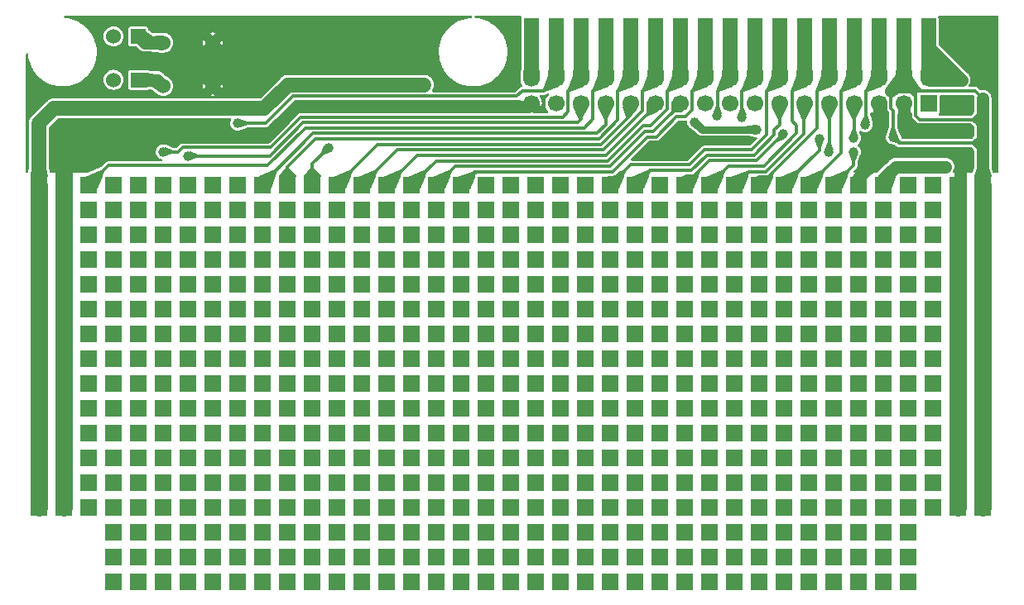
<source format=gbr>
G04 #@! TF.GenerationSoftware,KiCad,Pcbnew,7.0.5-4d25ed1034~172~ubuntu22.04.1*
G04 #@! TF.CreationDate,2023-06-02T09:39:04+03:00*
G04 #@! TF.ProjectId,AgonLight2-PROTO_Rev_A,41676f6e-4c69-4676-9874-322d50524f54,A*
G04 #@! TF.SameCoordinates,Original*
G04 #@! TF.FileFunction,Copper,L2,Bot*
G04 #@! TF.FilePolarity,Positive*
%FSLAX46Y46*%
G04 Gerber Fmt 4.6, Leading zero omitted, Abs format (unit mm)*
G04 Created by KiCad (PCBNEW 7.0.5-4d25ed1034~172~ubuntu22.04.1) date 2023-06-02 09:39:04*
%MOMM*%
%LPD*%
G01*
G04 APERTURE LIST*
G04 #@! TA.AperFunction,ComponentPad*
%ADD10R,1.778000X1.778000*%
G04 #@! TD*
G04 #@! TA.AperFunction,ComponentPad*
%ADD11C,1.524000*%
G04 #@! TD*
G04 #@! TA.AperFunction,SMDPad,CuDef*
%ADD12R,1.524000X3.556000*%
G04 #@! TD*
G04 #@! TA.AperFunction,ComponentPad*
%ADD13R,1.524000X1.524000*%
G04 #@! TD*
G04 #@! TA.AperFunction,ComponentPad*
%ADD14R,1.700000X1.700000*%
G04 #@! TD*
G04 #@! TA.AperFunction,ComponentPad*
%ADD15C,1.700000*%
G04 #@! TD*
G04 #@! TA.AperFunction,ViaPad*
%ADD16C,1.000000*%
G04 #@! TD*
G04 #@! TA.AperFunction,Conductor*
%ADD17C,1.778000*%
G04 #@! TD*
G04 #@! TA.AperFunction,Conductor*
%ADD18C,1.016000*%
G04 #@! TD*
G04 #@! TA.AperFunction,Conductor*
%ADD19C,1.270000*%
G04 #@! TD*
G04 #@! TA.AperFunction,Conductor*
%ADD20C,0.762000*%
G04 #@! TD*
G04 #@! TA.AperFunction,Conductor*
%ADD21C,0.304800*%
G04 #@! TD*
G04 #@! TA.AperFunction,Conductor*
%ADD22C,1.524000*%
G04 #@! TD*
G04 APERTURE END LIST*
D10*
X104140000Y-87630000D03*
D11*
X114300000Y-73025000D03*
X119380000Y-73025000D03*
D10*
X129540000Y-100330000D03*
X172720000Y-123190000D03*
X180340000Y-105410000D03*
X124460000Y-97790000D03*
X144780000Y-95250000D03*
X185420000Y-102870000D03*
X185420000Y-100330000D03*
X157480000Y-92710000D03*
X147320000Y-118110000D03*
X152400000Y-105410000D03*
X157480000Y-107950000D03*
X127000000Y-125730000D03*
X187960000Y-105410000D03*
X195580000Y-118110000D03*
X167640000Y-90170000D03*
X157480000Y-125730000D03*
X177800000Y-105410000D03*
X165100000Y-100330000D03*
X129540000Y-113030000D03*
X172720000Y-115570000D03*
X177800000Y-100330000D03*
X104140000Y-95250000D03*
X175260000Y-90170000D03*
X121920000Y-125730000D03*
X167640000Y-125730000D03*
X182880000Y-105410000D03*
X121920000Y-92710000D03*
X198120000Y-87630000D03*
X152400000Y-115570000D03*
X111760000Y-125730000D03*
X121920000Y-95250000D03*
X154940000Y-100330000D03*
X109220000Y-95250000D03*
X185420000Y-118110000D03*
X116840000Y-90170000D03*
X162560000Y-118110000D03*
X124460000Y-105410000D03*
X129540000Y-118110000D03*
X172720000Y-105410000D03*
X190500000Y-113030000D03*
X175260000Y-102870000D03*
X177800000Y-87630000D03*
X160020000Y-125730000D03*
X124460000Y-118110000D03*
X101600000Y-95250000D03*
X111760000Y-100330000D03*
X114300000Y-105410000D03*
X187960000Y-97790000D03*
X137160000Y-128270000D03*
X119380000Y-128270000D03*
X142240000Y-95250000D03*
X106680000Y-107950000D03*
X162560000Y-87630000D03*
X137160000Y-113030000D03*
X190500000Y-125730000D03*
X193040000Y-110490000D03*
X167640000Y-123190000D03*
X139700000Y-105410000D03*
X152400000Y-125730000D03*
X162560000Y-123190000D03*
X193040000Y-102870000D03*
X182880000Y-115570000D03*
X114300000Y-115570000D03*
X177800000Y-102870000D03*
X190500000Y-92710000D03*
X124460000Y-102870000D03*
X137160000Y-110490000D03*
X154940000Y-110490000D03*
X175260000Y-87630000D03*
X160020000Y-100330000D03*
X182880000Y-107950000D03*
X116840000Y-87630000D03*
X185420000Y-90170000D03*
X198120000Y-110490000D03*
X109220000Y-125730000D03*
X190500000Y-100330000D03*
X185420000Y-128270000D03*
X132080000Y-125730000D03*
X165100000Y-87630000D03*
X137160000Y-107950000D03*
X185420000Y-125730000D03*
X152400000Y-128270000D03*
X152400000Y-100330000D03*
X165100000Y-102870000D03*
X187960000Y-123190000D03*
X182880000Y-120650000D03*
X142240000Y-90170000D03*
X106680000Y-110490000D03*
X129540000Y-125730000D03*
X198120000Y-92710000D03*
X175260000Y-123190000D03*
X106680000Y-113030000D03*
X101600000Y-105410000D03*
X134620000Y-110490000D03*
X190500000Y-120650000D03*
X165100000Y-90170000D03*
X132080000Y-118110000D03*
X162560000Y-102870000D03*
X129540000Y-102870000D03*
X121920000Y-107950000D03*
X198120000Y-113030000D03*
X114300000Y-118110000D03*
X132080000Y-92710000D03*
X147320000Y-125730000D03*
X119380000Y-115570000D03*
X147320000Y-105410000D03*
X114300000Y-110490000D03*
X180340000Y-110490000D03*
X134620000Y-123190000D03*
X172720000Y-118110000D03*
X116840000Y-113030000D03*
X142240000Y-105410000D03*
X162560000Y-97790000D03*
X167640000Y-100330000D03*
X195580000Y-97790000D03*
X119380000Y-97790000D03*
X182880000Y-113030000D03*
X162560000Y-105410000D03*
X114300000Y-95250000D03*
X132080000Y-110490000D03*
X165100000Y-92710000D03*
X124460000Y-110490000D03*
X175260000Y-110490000D03*
X139700000Y-125730000D03*
X180340000Y-95250000D03*
X180340000Y-120650000D03*
X193040000Y-118110000D03*
X195580000Y-113030000D03*
X104140000Y-90170000D03*
X124460000Y-128270000D03*
X154940000Y-92710000D03*
X142240000Y-120650000D03*
X109220000Y-87630000D03*
X195580000Y-90170000D03*
X187960000Y-100330000D03*
X193040000Y-97790000D03*
X101600000Y-90170000D03*
X152400000Y-123190000D03*
X142240000Y-125730000D03*
X129540000Y-97790000D03*
X104140000Y-102870000D03*
X167640000Y-110490000D03*
X152400000Y-113030000D03*
X172720000Y-95250000D03*
X127000000Y-100330000D03*
X106680000Y-95250000D03*
X127000000Y-110490000D03*
X127000000Y-118110000D03*
X180340000Y-125730000D03*
X177800000Y-120650000D03*
X185420000Y-92710000D03*
X116840000Y-118110000D03*
X172720000Y-102870000D03*
X149860000Y-97790000D03*
X160020000Y-115570000D03*
X154940000Y-97790000D03*
X134620000Y-113030000D03*
X142240000Y-123190000D03*
X193040000Y-113030000D03*
X177800000Y-118110000D03*
X180340000Y-102870000D03*
X106680000Y-97790000D03*
X121920000Y-90170000D03*
X124460000Y-107950000D03*
X190500000Y-87630000D03*
X187960000Y-110490000D03*
X182880000Y-123190000D03*
X160020000Y-105410000D03*
X165100000Y-120650000D03*
X149860000Y-87630000D03*
X195580000Y-87630000D03*
X157480000Y-120650000D03*
X167640000Y-105410000D03*
X124460000Y-125730000D03*
X111760000Y-115570000D03*
X137160000Y-125730000D03*
X129540000Y-105410000D03*
X132080000Y-100330000D03*
X114300000Y-100330000D03*
X127000000Y-113030000D03*
X142240000Y-113030000D03*
X157480000Y-97790000D03*
X132080000Y-95250000D03*
X165100000Y-128270000D03*
X190500000Y-95250000D03*
X172720000Y-87630000D03*
X193040000Y-120650000D03*
X134620000Y-97790000D03*
X109220000Y-123190000D03*
X177800000Y-125730000D03*
X180340000Y-107950000D03*
X129540000Y-115570000D03*
X177800000Y-92710000D03*
X139700000Y-97790000D03*
X195580000Y-100330000D03*
X137160000Y-115570000D03*
X147320000Y-95250000D03*
X149860000Y-115570000D03*
X172720000Y-90170000D03*
X175260000Y-125730000D03*
X154940000Y-113030000D03*
X144780000Y-92710000D03*
X127000000Y-120650000D03*
X182880000Y-128270000D03*
X111760000Y-107950000D03*
X177800000Y-97790000D03*
X177800000Y-128270000D03*
X172720000Y-125730000D03*
X149860000Y-102870000D03*
X139700000Y-90170000D03*
X160020000Y-97790000D03*
X170180000Y-128270000D03*
X127000000Y-107950000D03*
X119380000Y-95250000D03*
X124460000Y-100330000D03*
X187960000Y-107950000D03*
X129540000Y-92710000D03*
X160020000Y-92710000D03*
X124460000Y-95250000D03*
X144780000Y-107950000D03*
X127000000Y-92710000D03*
X134620000Y-95250000D03*
X147320000Y-120650000D03*
X116840000Y-123190000D03*
X127000000Y-128270000D03*
X149860000Y-105410000D03*
X152400000Y-95250000D03*
X177800000Y-113030000D03*
X111760000Y-102870000D03*
X157480000Y-87630000D03*
X149860000Y-92710000D03*
X180340000Y-115570000D03*
X185420000Y-110490000D03*
X124460000Y-90170000D03*
X121920000Y-115570000D03*
X152400000Y-120650000D03*
X127000000Y-90170000D03*
X114300000Y-92710000D03*
X101600000Y-92710000D03*
X144780000Y-113030000D03*
X104140000Y-100330000D03*
X170180000Y-107950000D03*
X198120000Y-95250000D03*
X132080000Y-105410000D03*
X111760000Y-113030000D03*
X104140000Y-120650000D03*
D11*
X114300000Y-77470000D03*
X119380000Y-77470000D03*
D10*
X106680000Y-90170000D03*
X119380000Y-87630000D03*
X101600000Y-97790000D03*
X132080000Y-87630000D03*
X114300000Y-128270000D03*
X152400000Y-110490000D03*
X147320000Y-128270000D03*
X167640000Y-118110000D03*
X121920000Y-87630000D03*
X154940000Y-87630000D03*
X198120000Y-97790000D03*
X121920000Y-97790000D03*
X149860000Y-113030000D03*
X139700000Y-113030000D03*
X193040000Y-100330000D03*
X134620000Y-92710000D03*
X109220000Y-100330000D03*
X127000000Y-123190000D03*
X160020000Y-90170000D03*
X137160000Y-120650000D03*
X134620000Y-105410000D03*
X116840000Y-110490000D03*
X190500000Y-107950000D03*
X134620000Y-128270000D03*
X198120000Y-120650000D03*
X170180000Y-100330000D03*
X190500000Y-102870000D03*
X116840000Y-120650000D03*
X134620000Y-87630000D03*
X175260000Y-115570000D03*
X193040000Y-87630000D03*
X165100000Y-107950000D03*
X139700000Y-118110000D03*
X152400000Y-97790000D03*
X149860000Y-128270000D03*
X165100000Y-115570000D03*
X147320000Y-110490000D03*
X109220000Y-105410000D03*
X144780000Y-125730000D03*
X139700000Y-95250000D03*
X119380000Y-102870000D03*
X157480000Y-113030000D03*
X198120000Y-90170000D03*
X154940000Y-102870000D03*
X167640000Y-115570000D03*
X132080000Y-123190000D03*
X172720000Y-110490000D03*
X134620000Y-102870000D03*
X170180000Y-110490000D03*
X170180000Y-125730000D03*
X142240000Y-100330000D03*
X132080000Y-115570000D03*
X106680000Y-92710000D03*
X114300000Y-102870000D03*
X109220000Y-90170000D03*
X185420000Y-120650000D03*
X109220000Y-102870000D03*
X160020000Y-118110000D03*
X170180000Y-115570000D03*
X157480000Y-105410000D03*
X162560000Y-110490000D03*
X144780000Y-120650000D03*
X187960000Y-87630000D03*
X167640000Y-95250000D03*
X142240000Y-102870000D03*
X144780000Y-115570000D03*
X157480000Y-100330000D03*
X101600000Y-87630000D03*
X137160000Y-90170000D03*
X127000000Y-95250000D03*
X185420000Y-97790000D03*
X109220000Y-113030000D03*
X170180000Y-95250000D03*
X172720000Y-120650000D03*
X152400000Y-87630000D03*
X111760000Y-87630000D03*
X132080000Y-113030000D03*
X144780000Y-100330000D03*
X124460000Y-123190000D03*
X157480000Y-123190000D03*
X104140000Y-97790000D03*
X106680000Y-100330000D03*
X137160000Y-105410000D03*
X152400000Y-118110000D03*
X177800000Y-90170000D03*
X170180000Y-97790000D03*
X147320000Y-100330000D03*
X109220000Y-107950000D03*
X142240000Y-107950000D03*
X129540000Y-110490000D03*
X160020000Y-113030000D03*
X106680000Y-118110000D03*
X109220000Y-115570000D03*
X162560000Y-100330000D03*
X116840000Y-125730000D03*
X132080000Y-90170000D03*
X175260000Y-128270000D03*
X180340000Y-90170000D03*
X149860000Y-95250000D03*
X132080000Y-128270000D03*
X170180000Y-118110000D03*
X124460000Y-92710000D03*
X180340000Y-118110000D03*
X106680000Y-115570000D03*
X167640000Y-120650000D03*
X160020000Y-120650000D03*
X167640000Y-97790000D03*
X137160000Y-87630000D03*
X180340000Y-97790000D03*
X127000000Y-105410000D03*
X119380000Y-123190000D03*
X147320000Y-90170000D03*
X170180000Y-120650000D03*
X119380000Y-90170000D03*
X170180000Y-90170000D03*
X121920000Y-110490000D03*
X193040000Y-115570000D03*
X147320000Y-123190000D03*
X142240000Y-97790000D03*
X132080000Y-102870000D03*
X190500000Y-105410000D03*
X121920000Y-118110000D03*
X162560000Y-125730000D03*
X182880000Y-125730000D03*
X139700000Y-115570000D03*
X129540000Y-90170000D03*
X175260000Y-120650000D03*
X147320000Y-92710000D03*
D12*
X192570000Y-72326000D03*
X190030000Y-72326000D03*
X187490000Y-72326000D03*
X184950000Y-72326000D03*
X182410000Y-72326000D03*
X179870000Y-72326000D03*
X177330000Y-72326000D03*
X174790000Y-72326000D03*
X172250000Y-72326000D03*
X169710000Y-72326000D03*
X167170000Y-72326000D03*
X164630000Y-72326000D03*
X162090000Y-72326000D03*
X159550000Y-72326000D03*
X157010000Y-72326000D03*
X154470000Y-72326000D03*
X151930000Y-72326000D03*
D10*
X193040000Y-95250000D03*
X116840000Y-128270000D03*
X160020000Y-87630000D03*
X149860000Y-100330000D03*
X119380000Y-113030000D03*
X185420000Y-113030000D03*
X162560000Y-113030000D03*
X149860000Y-107950000D03*
X139700000Y-120650000D03*
X180340000Y-128270000D03*
X195580000Y-115570000D03*
X144780000Y-97790000D03*
X121920000Y-102870000D03*
X195580000Y-120650000D03*
X182880000Y-92710000D03*
X170180000Y-102870000D03*
X165100000Y-125730000D03*
X142240000Y-128270000D03*
X157480000Y-102870000D03*
X162560000Y-95250000D03*
X154940000Y-118110000D03*
X137160000Y-95250000D03*
X104140000Y-105410000D03*
X157480000Y-95250000D03*
X114300000Y-120650000D03*
X160020000Y-128270000D03*
X111760000Y-95250000D03*
X104140000Y-118110000D03*
X144780000Y-102870000D03*
X144780000Y-110490000D03*
X114300000Y-107950000D03*
X160020000Y-107950000D03*
X187960000Y-115570000D03*
X134620000Y-115570000D03*
X129540000Y-87630000D03*
X185420000Y-105410000D03*
X111760000Y-110490000D03*
X149860000Y-118110000D03*
X187960000Y-90170000D03*
X101600000Y-118110000D03*
X147320000Y-97790000D03*
X121920000Y-120650000D03*
X195580000Y-102870000D03*
X198120000Y-107950000D03*
X185420000Y-95250000D03*
X149860000Y-123190000D03*
X101600000Y-100330000D03*
X182880000Y-87630000D03*
X119380000Y-92710000D03*
X154940000Y-107950000D03*
X198120000Y-100330000D03*
X185420000Y-123190000D03*
X167640000Y-107950000D03*
X198120000Y-118110000D03*
X116840000Y-102870000D03*
X172720000Y-107950000D03*
X119380000Y-118110000D03*
X101600000Y-107950000D03*
X167640000Y-113030000D03*
X182880000Y-110490000D03*
X167640000Y-102870000D03*
X165100000Y-95250000D03*
X152400000Y-107950000D03*
X142240000Y-118110000D03*
X172720000Y-97790000D03*
X111760000Y-123190000D03*
X147320000Y-87630000D03*
X119380000Y-100330000D03*
X116840000Y-97790000D03*
D13*
X111760000Y-72390000D03*
D11*
X109220000Y-72390000D03*
D10*
X121920000Y-113030000D03*
X139700000Y-128270000D03*
X182880000Y-100330000D03*
X139700000Y-92710000D03*
X152400000Y-92710000D03*
X193040000Y-107950000D03*
X111760000Y-90170000D03*
X190500000Y-90170000D03*
X109220000Y-110490000D03*
X119380000Y-110490000D03*
X109220000Y-118110000D03*
X101600000Y-110490000D03*
X182880000Y-95250000D03*
X137160000Y-100330000D03*
X157480000Y-110490000D03*
X101600000Y-113030000D03*
X154940000Y-120650000D03*
X172720000Y-113030000D03*
X165100000Y-113030000D03*
X160020000Y-102870000D03*
X177800000Y-107950000D03*
X187960000Y-92710000D03*
X160020000Y-123190000D03*
X165100000Y-105410000D03*
X190500000Y-128270000D03*
X109220000Y-120650000D03*
X139700000Y-102870000D03*
X124460000Y-120650000D03*
X132080000Y-107950000D03*
X104140000Y-115570000D03*
X142240000Y-87630000D03*
X195580000Y-107950000D03*
X129540000Y-120650000D03*
X104140000Y-92710000D03*
X114300000Y-97790000D03*
X104140000Y-113030000D03*
X162560000Y-90170000D03*
X137160000Y-118110000D03*
X167640000Y-87630000D03*
X160020000Y-110490000D03*
X129540000Y-95250000D03*
X182880000Y-118110000D03*
X180340000Y-100330000D03*
X144780000Y-90170000D03*
X195580000Y-110490000D03*
X109220000Y-92710000D03*
X137160000Y-92710000D03*
X149860000Y-90170000D03*
X180340000Y-113030000D03*
X132080000Y-120650000D03*
X121920000Y-100330000D03*
X127000000Y-102870000D03*
X154940000Y-128270000D03*
X134620000Y-118110000D03*
X157480000Y-90170000D03*
X111760000Y-118110000D03*
X124460000Y-87630000D03*
X182880000Y-90170000D03*
X116840000Y-95250000D03*
X114300000Y-87630000D03*
X111760000Y-120650000D03*
X134620000Y-125730000D03*
X172720000Y-128270000D03*
X144780000Y-123190000D03*
X129540000Y-128270000D03*
X114300000Y-90170000D03*
X190500000Y-110490000D03*
X144780000Y-118110000D03*
X106680000Y-105410000D03*
X162560000Y-128270000D03*
X187960000Y-128270000D03*
X111760000Y-128270000D03*
X109220000Y-97790000D03*
X121920000Y-128270000D03*
D13*
X111760000Y-76835000D03*
D11*
X109220000Y-76835000D03*
D10*
X180340000Y-87630000D03*
X104140000Y-107950000D03*
X193040000Y-92710000D03*
X116840000Y-107950000D03*
X114300000Y-113030000D03*
X160020000Y-95250000D03*
X116840000Y-100330000D03*
X182880000Y-102870000D03*
X187960000Y-113030000D03*
X198120000Y-115570000D03*
X124460000Y-115570000D03*
X175260000Y-100330000D03*
X162560000Y-107950000D03*
X175260000Y-95250000D03*
X175260000Y-92710000D03*
X182880000Y-97790000D03*
X154940000Y-125730000D03*
X121920000Y-123190000D03*
X154940000Y-90170000D03*
X172720000Y-100330000D03*
X185420000Y-115570000D03*
X137160000Y-123190000D03*
X187960000Y-120650000D03*
X152400000Y-102870000D03*
X104140000Y-110490000D03*
X127000000Y-87630000D03*
X187960000Y-95250000D03*
X142240000Y-115570000D03*
X187960000Y-118110000D03*
X154940000Y-95250000D03*
X177800000Y-95250000D03*
X149860000Y-125730000D03*
X180340000Y-123190000D03*
X175260000Y-113030000D03*
X175260000Y-118110000D03*
X134620000Y-90170000D03*
X109220000Y-128270000D03*
D14*
X192570000Y-79270000D03*
D15*
X192570000Y-76730000D03*
X190030000Y-79270000D03*
X190030000Y-76730000D03*
X187490000Y-79270000D03*
X187490000Y-76730000D03*
X184950000Y-79270000D03*
X184950000Y-76730000D03*
X182410000Y-79270000D03*
X182410000Y-76730000D03*
X179870000Y-79270000D03*
X179870000Y-76730000D03*
X177330000Y-79270000D03*
X177330000Y-76730000D03*
X174790000Y-79270000D03*
X174790000Y-76730000D03*
X172250000Y-79270000D03*
X172250000Y-76730000D03*
X169710000Y-79270000D03*
X169710000Y-76730000D03*
X167170000Y-79270000D03*
X167170000Y-76730000D03*
X164630000Y-79270000D03*
X164630000Y-76730000D03*
X162090000Y-79270000D03*
X162090000Y-76730000D03*
X159550000Y-79270000D03*
X159550000Y-76730000D03*
X157010000Y-79270000D03*
X157010000Y-76730000D03*
X154470000Y-79270000D03*
X154470000Y-76730000D03*
X151930000Y-79270000D03*
X151930000Y-76730000D03*
D10*
X170180000Y-113030000D03*
X185420000Y-87630000D03*
X167640000Y-128270000D03*
X116840000Y-115570000D03*
X144780000Y-128270000D03*
X101600000Y-102870000D03*
X101600000Y-120650000D03*
X147320000Y-113030000D03*
X149860000Y-120650000D03*
X139700000Y-107950000D03*
X114300000Y-125730000D03*
X121920000Y-105410000D03*
X119380000Y-105410000D03*
X177800000Y-115570000D03*
X119380000Y-120650000D03*
X190500000Y-118110000D03*
X177800000Y-123190000D03*
X154940000Y-123190000D03*
X114300000Y-123190000D03*
X127000000Y-97790000D03*
X147320000Y-107950000D03*
X106680000Y-120650000D03*
X142240000Y-110490000D03*
X175260000Y-105410000D03*
X119380000Y-107950000D03*
X132080000Y-97790000D03*
X165100000Y-123190000D03*
X180340000Y-92710000D03*
X165100000Y-118110000D03*
X139700000Y-87630000D03*
X134620000Y-107950000D03*
X144780000Y-87630000D03*
X139700000Y-100330000D03*
X162560000Y-115570000D03*
X134620000Y-120650000D03*
X106680000Y-102870000D03*
X137160000Y-97790000D03*
X185420000Y-107950000D03*
X198120000Y-105410000D03*
X147320000Y-102870000D03*
X170180000Y-87630000D03*
X165100000Y-110490000D03*
X116840000Y-92710000D03*
X187960000Y-102870000D03*
X172720000Y-92710000D03*
X167640000Y-92710000D03*
X187960000Y-125730000D03*
X190500000Y-123190000D03*
X116840000Y-105410000D03*
X152400000Y-90170000D03*
X177800000Y-110490000D03*
X170180000Y-105410000D03*
X198120000Y-102870000D03*
X129540000Y-107950000D03*
X111760000Y-97790000D03*
X162560000Y-92710000D03*
X139700000Y-123190000D03*
X170180000Y-92710000D03*
X195580000Y-105410000D03*
X175260000Y-107950000D03*
X165100000Y-97790000D03*
X149860000Y-110490000D03*
X175260000Y-97790000D03*
X124460000Y-113030000D03*
X111760000Y-105410000D03*
X157480000Y-118110000D03*
X101600000Y-115570000D03*
X162560000Y-120650000D03*
X139700000Y-110490000D03*
X142240000Y-92710000D03*
X127000000Y-115570000D03*
X137160000Y-102870000D03*
X193040000Y-105410000D03*
X111760000Y-92710000D03*
X106680000Y-87630000D03*
X190500000Y-97790000D03*
X193040000Y-90170000D03*
X195580000Y-95250000D03*
X157480000Y-128270000D03*
X134620000Y-100330000D03*
X119380000Y-125730000D03*
X147320000Y-115570000D03*
X144780000Y-105410000D03*
X190500000Y-115570000D03*
X154940000Y-105410000D03*
X154940000Y-115570000D03*
X170180000Y-123190000D03*
X129540000Y-123190000D03*
X157480000Y-115570000D03*
X195580000Y-92710000D03*
D16*
X174117000Y-83058000D03*
X127000000Y-73660000D03*
X167259000Y-82004210D03*
X124460000Y-71120000D03*
X198755000Y-76200000D03*
X116840000Y-78105000D03*
X107950000Y-82677000D03*
X137160000Y-73660000D03*
X116840000Y-71120000D03*
X132080000Y-71120000D03*
X134620000Y-73660000D03*
X129540000Y-73660000D03*
X134620000Y-71120000D03*
X198755000Y-71120000D03*
X196850000Y-73660000D03*
X104140000Y-82677000D03*
X137160000Y-71120000D03*
X107315000Y-71120000D03*
X134620000Y-79629000D03*
X150241000Y-72263000D03*
X132080000Y-79629000D03*
X139700000Y-73660000D03*
X150241000Y-73406000D03*
X114300000Y-82677000D03*
X195834000Y-84226400D03*
X139700000Y-71120000D03*
X124460000Y-82677000D03*
X119380008Y-82677000D03*
X109220000Y-82677000D03*
X132080000Y-73660000D03*
X137160000Y-79629000D03*
X195834000Y-82042000D03*
X121920000Y-73660000D03*
X106680000Y-82677000D03*
X196596000Y-79883000D03*
X116840000Y-76200000D03*
X121920000Y-71120000D03*
X116840000Y-73660000D03*
X194945000Y-73660000D03*
X198755000Y-73660000D03*
X142240000Y-71120000D03*
X196850000Y-71120000D03*
X124460000Y-73660000D03*
X150241000Y-71120000D03*
X194945000Y-71120000D03*
X129540000Y-71120000D03*
X116840000Y-82677000D03*
X127000000Y-71120000D03*
X188961833Y-82702449D03*
X168656000Y-81153004D03*
X175011927Y-81920927D03*
X107950000Y-79756000D03*
X111760000Y-79756000D03*
X109220000Y-79756000D03*
X140970000Y-77343000D03*
X113030000Y-79756000D03*
X139700000Y-77343000D03*
X131191000Y-83786600D03*
X121920000Y-81280000D03*
X170942000Y-80518000D03*
X195961000Y-76835000D03*
X194310000Y-85725000D03*
X173482000Y-80645000D03*
X114300000Y-84201000D03*
X116840000Y-84624806D03*
X181402030Y-82850026D03*
X184914548Y-82827361D03*
X177693049Y-82414795D03*
X186101000Y-81432810D03*
X184912000Y-84201000D03*
X182371996Y-84201000D03*
D17*
X195580000Y-97790000D02*
X195580000Y-100330000D01*
D18*
X188061600Y-84226400D02*
X195834000Y-84226400D01*
D19*
X191008000Y-82042000D02*
X195834000Y-82042000D01*
D18*
X195834000Y-84226400D02*
X195834000Y-84709000D01*
D19*
X151596400Y-79603600D02*
X127924299Y-79603600D01*
D17*
X104140000Y-84455000D02*
X104140000Y-82677000D01*
X104140000Y-118110000D02*
X104140000Y-120650000D01*
X104140000Y-90170000D02*
X104140000Y-92710000D01*
D18*
X174117000Y-83058000D02*
X168312790Y-83058000D01*
D17*
X104140000Y-100330000D02*
X104140000Y-102870000D01*
X195580000Y-90170000D02*
X195580000Y-92710000D01*
X104140000Y-113030000D02*
X104140000Y-115570000D01*
D19*
X195834000Y-87376000D02*
X195834000Y-84709000D01*
D17*
X195580000Y-92710000D02*
X195580000Y-95250000D01*
D19*
X109220000Y-82677000D02*
X119380008Y-82677000D01*
D17*
X104140000Y-102870000D02*
X104140000Y-105410000D01*
X104140000Y-87630000D02*
X104140000Y-84455000D01*
D19*
X190030000Y-81064000D02*
X191008000Y-82042000D01*
D17*
X104140000Y-82677000D02*
X109220000Y-82677000D01*
D19*
X151930000Y-79270000D02*
X151596400Y-79603600D01*
D18*
X187490000Y-84798000D02*
X188061600Y-84226400D01*
X168312790Y-83058000D02*
X167259000Y-82004210D01*
D17*
X104140000Y-84455000D02*
X105918000Y-82677000D01*
X104140000Y-90170000D02*
X104140000Y-87630000D01*
X104140000Y-97790000D02*
X104140000Y-100330000D01*
X195580000Y-115570000D02*
X195580000Y-118110000D01*
X195580000Y-87630000D02*
X195580000Y-90170000D01*
X195580000Y-105410000D02*
X195580000Y-102870000D01*
X195580000Y-110490000D02*
X195580000Y-113030000D01*
X195580000Y-105410000D02*
X195580000Y-107950000D01*
X104140000Y-95250000D02*
X104140000Y-97790000D01*
D19*
X127924299Y-79603600D02*
X124850899Y-82677000D01*
X187490000Y-84798000D02*
X187490000Y-79270000D01*
D17*
X105918000Y-82677000D02*
X106680000Y-82677000D01*
D19*
X185420000Y-87630000D02*
X185420000Y-86868000D01*
X124850899Y-82677000D02*
X119380008Y-82677000D01*
X195580000Y-87630000D02*
X195834000Y-87376000D01*
X119380000Y-73025000D02*
X119380000Y-77470000D01*
D17*
X195580000Y-113030000D02*
X195580000Y-115570000D01*
X104140000Y-115570000D02*
X104140000Y-118110000D01*
X104140000Y-110490000D02*
X104140000Y-113030000D01*
X195580000Y-100330000D02*
X195580000Y-102870000D01*
X104140000Y-107950000D02*
X104140000Y-110490000D01*
D19*
X190030000Y-79270000D02*
X190030000Y-81064000D01*
X185420000Y-86868000D02*
X187490000Y-84798000D01*
D17*
X104140000Y-92710000D02*
X104140000Y-95250000D01*
X104140000Y-105410000D02*
X104140000Y-107950000D01*
X195580000Y-95250000D02*
X195580000Y-97790000D01*
X195580000Y-107950000D02*
X195580000Y-110490000D01*
X195580000Y-118110000D02*
X195580000Y-120650000D01*
D20*
X169417996Y-81915000D02*
X168656000Y-81153004D01*
D19*
X198120000Y-84328000D02*
X198120000Y-87630000D01*
D21*
X188746400Y-79780400D02*
X188961833Y-79995833D01*
X198120000Y-81915000D02*
X198120000Y-82296000D01*
D19*
X189260000Y-77500000D02*
X189291000Y-77531000D01*
X198120000Y-78740000D02*
X198120000Y-79883000D01*
D21*
X197104000Y-80899000D02*
X197421500Y-81216500D01*
X191643000Y-80899000D02*
X197104000Y-80899000D01*
X190831000Y-78131300D02*
X191286400Y-78586700D01*
X191286400Y-77986400D02*
X191286400Y-80542400D01*
X190831000Y-77903600D02*
X191286400Y-78359000D01*
D19*
X198120000Y-81026000D02*
X198120000Y-82296000D01*
D21*
X190831000Y-77531000D02*
X191286400Y-77986400D01*
D19*
X198120000Y-82296000D02*
X198120000Y-83185000D01*
D17*
X198120000Y-87630000D02*
X198120000Y-90170000D01*
D21*
X198120000Y-83185000D02*
X197993000Y-83312000D01*
X197993000Y-83312000D02*
X196723000Y-83312000D01*
D20*
X175006000Y-81915000D02*
X169417996Y-81915000D01*
D17*
X198120000Y-105410000D02*
X198120000Y-107950000D01*
X198120000Y-118110000D02*
X198120000Y-120650000D01*
D21*
X197485000Y-82931000D02*
X197485000Y-83693000D01*
X197485000Y-82931000D02*
X198120000Y-82296000D01*
D17*
X198120000Y-102870000D02*
X198120000Y-105410000D01*
D21*
X197104000Y-83312000D02*
X197485000Y-82931000D01*
X196723000Y-83312000D02*
X197104000Y-83312000D01*
X191415300Y-77531000D02*
X191870700Y-77986400D01*
D20*
X175011927Y-81920927D02*
X175006000Y-81915000D01*
D21*
X191286400Y-77986400D02*
X197366400Y-77986400D01*
X197421500Y-81216500D02*
X198120000Y-81915000D01*
D17*
X198120000Y-107950000D02*
X198120000Y-110490000D01*
X198120000Y-110490000D02*
X198120000Y-113030000D01*
D19*
X189291000Y-77531000D02*
X190831000Y-77531000D01*
D21*
X197104000Y-83312000D02*
X197485000Y-83693000D01*
X197421500Y-80581500D02*
X198120000Y-79883000D01*
X188961833Y-79995833D02*
X188961833Y-82702449D01*
X196723000Y-83312000D02*
X189571384Y-83312000D01*
D22*
X190030000Y-72326000D02*
X190030000Y-76730000D01*
D21*
X188746400Y-78013600D02*
X188746400Y-79780400D01*
X197421500Y-80581500D02*
X197421500Y-81216500D01*
D17*
X198120000Y-115570000D02*
X198120000Y-118110000D01*
X198120000Y-97790000D02*
X198120000Y-100330000D01*
D21*
X197366400Y-77986400D02*
X198120000Y-78740000D01*
X191286400Y-80542400D02*
X191643000Y-80899000D01*
X197104000Y-80899000D02*
X197993000Y-80899000D01*
D17*
X198120000Y-100330000D02*
X198120000Y-102870000D01*
X198120000Y-92710000D02*
X198120000Y-95250000D01*
D19*
X189260000Y-77500000D02*
X188746400Y-78013600D01*
D17*
X198120000Y-95250000D02*
X198120000Y-97790000D01*
X198120000Y-90170000D02*
X198120000Y-92710000D01*
D19*
X190030000Y-76730000D02*
X190030000Y-76746000D01*
X190030000Y-76746000D02*
X190900500Y-77616500D01*
D21*
X197485000Y-83693000D02*
X198120000Y-84328000D01*
X189571384Y-83312000D02*
X188961833Y-82702449D01*
X197104000Y-80899000D02*
X197421500Y-80581500D01*
D19*
X198120000Y-83185000D02*
X198120000Y-84328000D01*
X190030000Y-76730000D02*
X189260000Y-77500000D01*
D17*
X198120000Y-113030000D02*
X198120000Y-115570000D01*
D21*
X190831000Y-77531000D02*
X190831000Y-78131300D01*
X191161300Y-77531000D02*
X191616700Y-77986400D01*
X197993000Y-80899000D02*
X198120000Y-81026000D01*
D19*
X198120000Y-79883000D02*
X198120000Y-81026000D01*
D21*
X190831000Y-77531000D02*
X191415300Y-77531000D01*
D19*
X113665000Y-76835000D02*
X114300000Y-77470000D01*
X111760000Y-76835000D02*
X113665000Y-76835000D01*
X112395000Y-73025000D02*
X114300000Y-73025000D01*
X111760000Y-72390000D02*
X112395000Y-73025000D01*
D21*
X153622546Y-84582020D02*
X153622541Y-84582025D01*
X153622569Y-84582010D02*
X153622564Y-84582015D01*
X153622552Y-84582020D02*
X153622546Y-84582020D01*
X153622575Y-84582010D02*
X153622569Y-84582010D01*
X153159617Y-84582025D02*
X153159612Y-84582020D01*
X153622535Y-84582025D02*
X153622530Y-84582030D01*
X137198100Y-87630000D02*
X137160000Y-87630000D01*
X153622530Y-84582030D02*
X153391067Y-84582025D01*
X159554213Y-84582000D02*
X153622592Y-84582000D01*
X152233791Y-84582015D02*
X152233786Y-84582010D01*
X140246090Y-84582010D02*
X137198100Y-87630000D01*
X153622558Y-84582015D02*
X153622552Y-84582020D01*
X153622581Y-84582005D02*
X153622575Y-84582010D01*
X153622541Y-84582025D02*
X153622535Y-84582025D01*
X164630000Y-79270000D02*
X164630000Y-79506214D01*
X152696704Y-84582020D02*
X152696699Y-84582015D01*
X153391067Y-84582025D02*
X153159617Y-84582025D01*
X153622587Y-84582005D02*
X153622581Y-84582005D01*
X153622592Y-84582000D02*
X153622587Y-84582005D01*
X152696699Y-84582015D02*
X152233791Y-84582015D01*
X164630000Y-79506214D02*
X159554213Y-84582000D01*
X152233786Y-84582010D02*
X140246090Y-84582010D01*
X153622564Y-84582015D02*
X153622558Y-84582015D01*
X153159612Y-84582020D02*
X152696704Y-84582020D01*
X159091289Y-83464400D02*
X136245600Y-83464400D01*
X162090000Y-79270000D02*
X162090000Y-80465689D01*
X162090000Y-80465689D02*
X159091289Y-83464400D01*
X136245600Y-83464400D02*
X132080000Y-87630000D01*
D22*
X127059769Y-77343000D02*
X140970000Y-77343000D01*
X101600000Y-81280000D02*
X101600000Y-87630000D01*
X151930000Y-72326000D02*
X151930000Y-76730000D01*
X124646769Y-79756000D02*
X127059769Y-77343000D01*
X109220000Y-79756000D02*
X111760000Y-79756000D01*
X111760000Y-79756000D02*
X124646769Y-79756000D01*
D17*
X101600000Y-120650000D02*
X101600000Y-87630000D01*
D22*
X109220000Y-79756000D02*
X103124000Y-79756000D01*
X103124000Y-79756000D02*
X101600000Y-81280000D01*
D21*
X129540000Y-87630000D02*
X129540000Y-85437600D01*
X129540000Y-85437600D02*
X131191000Y-83786600D01*
X127000000Y-85753262D02*
X127000000Y-87630000D01*
X160806400Y-80959027D02*
X158885227Y-82880200D01*
D22*
X162090000Y-72326000D02*
X162090000Y-76730000D01*
D21*
X129873062Y-82880200D02*
X127000000Y-85753262D01*
X160806400Y-78013600D02*
X160806400Y-80959027D01*
X158885227Y-82880200D02*
X129873062Y-82880200D01*
X162090000Y-76730000D02*
X160806400Y-78013600D01*
X129641599Y-82321400D02*
X124460000Y-87503000D01*
X159550000Y-79270000D02*
X159550000Y-81425165D01*
X158653765Y-82321400D02*
X129641599Y-82321400D01*
X159550000Y-81425165D02*
X158653765Y-82321400D01*
X124460000Y-87503000D02*
X124460000Y-87630000D01*
D22*
X154470000Y-72326000D02*
X154470000Y-76730000D01*
D21*
X154470000Y-76730000D02*
X153213600Y-77986400D01*
X124775137Y-81280000D02*
X121920000Y-81280000D01*
X127543737Y-78511400D02*
X124775137Y-81280000D01*
X153213600Y-77986400D02*
X150992298Y-77986400D01*
X150992298Y-77986400D02*
X150467298Y-78511400D01*
X150467298Y-78511400D02*
X127543737Y-78511400D01*
X170993600Y-80466400D02*
X170993600Y-77986400D01*
X170993600Y-77986400D02*
X172250000Y-76730000D01*
D22*
X172250000Y-72326000D02*
X172250000Y-76730000D01*
D21*
X170942000Y-80518000D02*
X170993600Y-80466400D01*
X151539400Y-86258410D02*
X146151590Y-86258410D01*
X154316968Y-86258405D02*
X154316963Y-86258410D01*
X154316928Y-86258425D02*
X154316922Y-86258425D01*
D22*
X169710000Y-72326000D02*
X169710000Y-76730000D01*
D21*
X154316922Y-86258425D02*
X154316917Y-86258430D01*
X154316911Y-86258430D02*
X154316905Y-86258435D01*
X154316888Y-86258440D02*
X154316883Y-86258445D01*
X167728800Y-80593518D02*
X166802482Y-80593518D01*
X154316945Y-86258415D02*
X154316940Y-86258420D01*
X163830000Y-82677000D02*
X160248599Y-86258400D01*
X154316917Y-86258430D02*
X154316911Y-86258430D01*
X154316883Y-86258445D02*
X154085420Y-86258440D01*
X160248599Y-86258400D02*
X154316980Y-86258400D01*
X168426400Y-79895918D02*
X167728800Y-80593518D01*
X166802482Y-80593518D02*
X164719000Y-82677000D01*
X152928139Y-86258425D02*
X152465231Y-86258425D01*
X154316951Y-86258415D02*
X154316945Y-86258415D01*
X152465226Y-86258420D02*
X152002318Y-86258420D01*
X168426400Y-78013600D02*
X168426400Y-79895918D01*
X154316963Y-86258410D02*
X154316957Y-86258410D01*
X154316894Y-86258440D02*
X154316888Y-86258440D01*
X154316934Y-86258420D02*
X154316928Y-86258425D01*
X169710000Y-76730000D02*
X168426400Y-78013600D01*
X154316899Y-86258435D02*
X154316894Y-86258440D01*
X152465231Y-86258425D02*
X152465226Y-86258420D01*
X152002318Y-86258420D02*
X152002313Y-86258415D01*
X153391052Y-86258430D02*
X152928144Y-86258430D01*
X151539405Y-86258415D02*
X151539400Y-86258410D01*
X154316940Y-86258420D02*
X154316934Y-86258420D01*
X154316905Y-86258435D02*
X154316899Y-86258435D01*
X154316980Y-86258400D02*
X154316974Y-86258405D01*
X153853970Y-86258440D02*
X153853965Y-86258435D01*
X154316974Y-86258405D02*
X154316968Y-86258405D01*
X146151590Y-86258410D02*
X144780000Y-87630000D01*
X154085420Y-86258440D02*
X153853970Y-86258440D01*
X154316957Y-86258410D02*
X154316951Y-86258415D01*
X153853965Y-86258435D02*
X153391057Y-86258435D01*
X153391057Y-86258435D02*
X153391052Y-86258430D01*
X152002313Y-86258415D02*
X151539405Y-86258415D01*
X152928144Y-86258430D02*
X152928139Y-86258425D01*
X164719000Y-82677000D02*
X163830000Y-82677000D01*
X154085477Y-85699620D02*
X154085471Y-85699620D01*
X154085443Y-85699635D02*
X154085437Y-85699635D01*
X153159606Y-85699630D02*
X153159601Y-85699625D01*
X167170000Y-79337000D02*
X164388800Y-82118200D01*
X160017137Y-85699600D02*
X154085517Y-85699600D01*
X153853969Y-85699635D02*
X153622519Y-85699635D01*
X154085466Y-85699625D02*
X154085460Y-85699625D01*
X154085454Y-85699630D02*
X154085448Y-85699630D01*
X163598538Y-82118200D02*
X160017137Y-85699600D01*
X151770867Y-85699615D02*
X151770862Y-85699610D01*
X167170000Y-79270000D02*
X167170000Y-79337000D01*
X154085483Y-85699615D02*
X154085477Y-85699620D01*
X153159601Y-85699625D02*
X152696693Y-85699625D01*
X153622514Y-85699630D02*
X153159606Y-85699630D01*
X164388800Y-82118200D02*
X163598538Y-82118200D01*
X154085471Y-85699620D02*
X154085466Y-85699625D01*
X151770862Y-85699610D02*
X144170390Y-85699610D01*
X154085489Y-85699615D02*
X154085483Y-85699615D01*
X154085432Y-85699640D02*
X153853969Y-85699635D01*
X144170390Y-85699610D02*
X142240000Y-87630000D01*
X154085500Y-85699610D02*
X154085494Y-85699610D01*
X153622519Y-85699635D02*
X153622514Y-85699630D01*
X154085437Y-85699635D02*
X154085432Y-85699640D01*
X152233780Y-85699620D02*
X152233775Y-85699615D01*
X154085506Y-85699605D02*
X154085500Y-85699610D01*
X154085460Y-85699625D02*
X154085454Y-85699630D01*
X152696688Y-85699620D02*
X152233780Y-85699620D01*
X154085512Y-85699605D02*
X154085506Y-85699605D01*
X152696693Y-85699625D02*
X152696688Y-85699620D01*
X152233775Y-85699615D02*
X151770867Y-85699615D01*
X154085517Y-85699600D02*
X154085512Y-85699605D01*
X154085494Y-85699610D02*
X154085489Y-85699615D01*
X154085448Y-85699630D02*
X154085443Y-85699635D01*
X163367076Y-81559400D02*
X159785671Y-85140805D01*
X167170000Y-76730000D02*
X165886400Y-78013600D01*
D22*
X167170000Y-72326000D02*
X167170000Y-76730000D01*
D21*
X164157338Y-81559400D02*
X163367076Y-81559400D01*
X159785671Y-85140805D02*
X142189195Y-85140805D01*
X165886400Y-78013600D02*
X165886400Y-79830338D01*
X142189195Y-85140805D02*
X139700000Y-87630000D01*
X165886400Y-79830338D02*
X164157338Y-81559400D01*
X138226800Y-84023200D02*
X134620000Y-87630000D01*
X163346400Y-79999552D02*
X159322751Y-84023200D01*
X164630000Y-76730000D02*
X163346400Y-78013600D01*
X159322751Y-84023200D02*
X138226800Y-84023200D01*
X163346400Y-78013600D02*
X163346400Y-79999552D01*
D22*
X164630000Y-72326000D02*
X164630000Y-76730000D01*
D19*
X195961000Y-76835000D02*
X192570000Y-73444000D01*
X192570000Y-73444000D02*
X192570000Y-72326000D01*
X195961000Y-76835000D02*
X194475000Y-76835000D01*
X192675000Y-76835000D02*
X195961000Y-76835000D01*
X189230000Y-85725000D02*
X187960000Y-86995000D01*
D22*
X192570000Y-72326000D02*
X192570000Y-74930000D01*
D19*
X192570000Y-76730000D02*
X192675000Y-76835000D01*
D22*
X192570000Y-74930000D02*
X192570000Y-76730000D01*
D19*
X194310000Y-85725000D02*
X189230000Y-85725000D01*
X194475000Y-76835000D02*
X192570000Y-74930000D01*
X187960000Y-86995000D02*
X187960000Y-87630000D01*
D21*
X162560000Y-87630000D02*
X164084000Y-86106000D01*
X168331524Y-86106000D02*
X169880924Y-84556600D01*
X176786649Y-81975851D02*
X177330000Y-81432500D01*
X169880924Y-84556600D02*
X174720877Y-84556600D01*
X177330000Y-81432500D02*
X177330000Y-79270000D01*
X174720877Y-84556600D02*
X176786649Y-82490827D01*
X164084000Y-86106000D02*
X168331524Y-86106000D01*
X176786649Y-82490827D02*
X176786649Y-81975851D01*
X168100062Y-85547200D02*
X169649462Y-83997800D01*
X160020000Y-87630000D02*
X162102800Y-85547200D01*
X176046400Y-82440814D02*
X176046400Y-78013600D01*
X174489414Y-83997800D02*
X176046400Y-82440814D01*
X169649462Y-83997800D02*
X174489414Y-83997800D01*
X162102800Y-85547200D02*
X168100062Y-85547200D01*
X176046400Y-78013600D02*
X177330000Y-76730000D01*
D22*
X177330000Y-72326000D02*
X177330000Y-76730000D01*
D21*
X173482000Y-80645000D02*
X173506400Y-80620600D01*
D22*
X174790000Y-72326000D02*
X174790000Y-76730000D01*
D21*
X173506400Y-80620600D02*
X173506400Y-78013600D01*
X173506400Y-78013600D02*
X174790000Y-76730000D01*
X152722161Y-81762600D02*
X152490699Y-81762595D01*
X130584105Y-81762600D02*
X130352643Y-81762595D01*
X157378400Y-81762600D02*
X152722161Y-81762600D01*
X130352643Y-81762595D02*
X130352638Y-81762600D01*
X128818585Y-81762600D02*
X124983185Y-85598000D01*
X152490694Y-81762600D02*
X130584105Y-81762600D01*
X108712000Y-85598000D02*
X106680000Y-87630000D01*
X158266400Y-80874600D02*
X157378400Y-81762600D01*
X130352638Y-81762600D02*
X128818585Y-81762600D01*
D22*
X159550000Y-72326000D02*
X159550000Y-76730000D01*
D21*
X159550000Y-76730000D02*
X158266400Y-78013600D01*
X152490699Y-81762595D02*
X152490694Y-81762600D01*
X124983185Y-85598000D02*
X108712000Y-85598000D01*
X158266400Y-78013600D02*
X158266400Y-80874600D01*
X155726400Y-78013600D02*
X155726400Y-80112600D01*
X152027781Y-80644995D02*
X152027775Y-80644995D01*
X129178697Y-80644995D02*
X128947235Y-80644990D01*
X157010000Y-76730000D02*
X155726400Y-78013600D01*
X125282261Y-83718400D02*
X116306600Y-83718400D01*
X130352654Y-80644990D02*
X130121204Y-80644990D01*
X152490715Y-80644995D02*
X152490710Y-80644990D01*
X152027775Y-80644995D02*
X152027769Y-80645000D01*
X130121204Y-80644990D02*
X129889741Y-80644985D01*
D22*
X157010000Y-72326000D02*
X157010000Y-76730000D01*
D21*
X128947219Y-80645000D02*
X128355661Y-80645000D01*
X152953623Y-80644995D02*
X152490715Y-80644995D01*
X155194000Y-80645000D02*
X152953628Y-80645000D01*
X152027797Y-80644985D02*
X152027792Y-80644990D01*
X152953628Y-80645000D02*
X152953623Y-80644995D01*
X128947235Y-80644990D02*
X128947230Y-80644995D01*
X152490710Y-80644990D02*
X152259259Y-80644990D01*
X130815572Y-80645000D02*
X130815567Y-80644995D01*
X152027769Y-80645000D02*
X130815572Y-80645000D01*
X128355661Y-80645000D02*
X125282261Y-83718400D01*
X155726400Y-80112600D02*
X155194000Y-80645000D01*
X152027786Y-80644990D02*
X152027781Y-80644995D01*
X116306600Y-83718400D02*
X115824000Y-84201000D01*
X128947224Y-80644995D02*
X128947219Y-80645000D01*
X152027792Y-80644990D02*
X152027786Y-80644990D01*
X129889741Y-80644985D02*
X129889736Y-80644990D01*
X130352659Y-80644995D02*
X130352654Y-80644990D01*
X129178702Y-80644990D02*
X129178697Y-80644995D01*
X152259259Y-80644990D02*
X152027797Y-80644985D01*
X129889736Y-80644990D02*
X129178702Y-80644990D01*
X115824000Y-84201000D02*
X114300000Y-84201000D01*
X130815567Y-80644995D02*
X130352659Y-80644995D01*
X128947230Y-80644995D02*
X128947224Y-80644995D01*
X130584110Y-81203800D02*
X130584105Y-81203795D01*
X152259237Y-81203795D02*
X152259232Y-81203800D01*
X152259248Y-81203790D02*
X152259243Y-81203795D01*
X152722161Y-81203795D02*
X152490710Y-81203795D01*
X130352654Y-81203795D02*
X130121192Y-81203790D01*
X125166117Y-84624806D02*
X116840000Y-84624806D01*
X130584105Y-81203795D02*
X130352654Y-81203795D01*
X152259232Y-81203800D02*
X130584110Y-81203800D01*
X130121176Y-81203800D02*
X129410148Y-81203800D01*
X152259243Y-81203795D02*
X152259237Y-81203795D01*
X128587123Y-81203800D02*
X125166117Y-84624806D01*
X130121181Y-81203795D02*
X130121176Y-81203800D01*
X130121192Y-81203790D02*
X130121187Y-81203795D01*
X129178686Y-81203795D02*
X129178681Y-81203800D01*
X152490710Y-81203795D02*
X152259248Y-81203790D01*
X129410148Y-81203800D02*
X129178686Y-81203795D01*
X156667200Y-81203800D02*
X152722166Y-81203800D01*
X157010000Y-80861000D02*
X156667200Y-81203800D01*
X129178681Y-81203800D02*
X128587123Y-81203800D01*
X130121187Y-81203795D02*
X130121181Y-81203795D01*
X152722166Y-81203800D02*
X152722161Y-81203795D01*
X157010000Y-79270000D02*
X157010000Y-80861000D01*
X172720000Y-87630000D02*
X174117000Y-86233000D01*
X175946950Y-86233000D02*
X179832000Y-82347950D01*
X174117000Y-86233000D02*
X175946950Y-86233000D01*
X179832000Y-79308000D02*
X179870000Y-79270000D01*
X179832000Y-82347950D02*
X179832000Y-79308000D01*
X177800000Y-87630000D02*
X181402030Y-84027970D01*
X181402030Y-84027970D02*
X181402030Y-82850026D01*
X184950000Y-79270000D02*
X184950000Y-82791909D01*
X184950000Y-82791909D02*
X184914548Y-82827361D01*
X181153600Y-81816612D02*
X181153600Y-77986400D01*
X175340212Y-87630000D02*
X181153600Y-81816612D01*
X175260000Y-87630000D02*
X175340212Y-87630000D01*
D22*
X182410000Y-72326000D02*
X182410000Y-76730000D01*
D21*
X181153600Y-77986400D02*
X182410000Y-76730000D01*
X172135800Y-85674200D02*
X175715488Y-85674200D01*
X178599449Y-81063449D02*
X178599449Y-78000551D01*
X170180000Y-87630000D02*
X172135800Y-85674200D01*
X175715488Y-85674200D02*
X179070000Y-82319688D01*
X179070000Y-81534000D02*
X178599449Y-81063449D01*
D22*
X179870000Y-72326000D02*
X179870000Y-76730000D01*
D21*
X179070000Y-82319688D02*
X179070000Y-81534000D01*
X178599449Y-78000551D02*
X179870000Y-76730000D01*
X186208595Y-78011405D02*
X186208595Y-81325215D01*
X186208595Y-81325215D02*
X186101000Y-81432810D01*
X170154600Y-85115400D02*
X174980600Y-85115400D01*
D22*
X187490000Y-72326000D02*
X187490000Y-76730000D01*
D21*
X177681205Y-82414795D02*
X177693049Y-82414795D01*
X167640000Y-87630000D02*
X170154600Y-85115400D01*
X174980600Y-85115400D02*
X177681205Y-82414795D01*
X187490000Y-76730000D02*
X186208595Y-78011405D01*
X182880000Y-87630000D02*
X184912000Y-85598000D01*
X182410000Y-84162996D02*
X182371996Y-84201000D01*
X184912000Y-85598000D02*
X184912000Y-84201000D01*
X182410000Y-79270000D02*
X182410000Y-84162996D01*
X183666400Y-84303600D02*
X180340000Y-87630000D01*
X183666400Y-78013600D02*
X183666400Y-84303600D01*
D22*
X184950000Y-72326000D02*
X184950000Y-76730000D01*
D21*
X184950000Y-76730000D02*
X183666400Y-78013600D01*
G04 #@! TA.AperFunction,Conductor*
G36*
X145840190Y-70274502D02*
G01*
X145886683Y-70328158D01*
X145896787Y-70398432D01*
X145867293Y-70463012D01*
X145807567Y-70501396D01*
X145778775Y-70506321D01*
X145627403Y-70514388D01*
X145627385Y-70514390D01*
X145259000Y-70573743D01*
X144899012Y-70671916D01*
X144899009Y-70671917D01*
X144551514Y-70807791D01*
X144551507Y-70807793D01*
X144551497Y-70807798D01*
X144551488Y-70807802D01*
X144551485Y-70807804D01*
X144220399Y-70979845D01*
X144220396Y-70979847D01*
X143909452Y-71186119D01*
X143909445Y-71186124D01*
X143622202Y-71424268D01*
X143361883Y-71691612D01*
X143131464Y-71985100D01*
X142933543Y-72301425D01*
X142770370Y-72636986D01*
X142770369Y-72636987D01*
X142643788Y-72987992D01*
X142643786Y-72987998D01*
X142555232Y-73350468D01*
X142555228Y-73350491D01*
X142505706Y-73720304D01*
X142505705Y-73720313D01*
X142495772Y-74093310D01*
X142495772Y-74093316D01*
X142525542Y-74465259D01*
X142594683Y-74831943D01*
X142594686Y-74831952D01*
X142702399Y-75189180D01*
X142702403Y-75189189D01*
X142847484Y-75532956D01*
X142847492Y-75532973D01*
X142983092Y-75777772D01*
X143028293Y-75859374D01*
X143239055Y-76159427D01*
X143242772Y-76164718D01*
X143242777Y-76164724D01*
X143488482Y-76445526D01*
X143488484Y-76445528D01*
X143758812Y-76695081D01*
X143762655Y-76698629D01*
X144062171Y-76921151D01*
X144062172Y-76921153D01*
X144062176Y-76921155D01*
X144062177Y-76921156D01*
X144383655Y-77110585D01*
X144723446Y-77264770D01*
X145077702Y-77381964D01*
X145077710Y-77381965D01*
X145077711Y-77381966D01*
X145133341Y-77393997D01*
X145442408Y-77460839D01*
X145442410Y-77460839D01*
X145442414Y-77460840D01*
X145813418Y-77500500D01*
X145813425Y-77500500D01*
X145813431Y-77500501D01*
X145813436Y-77500501D01*
X146093206Y-77500501D01*
X146093213Y-77500501D01*
X146216123Y-77493950D01*
X146372596Y-77485611D01*
X146372601Y-77485610D01*
X146372609Y-77485610D01*
X146740995Y-77426257D01*
X147100986Y-77328084D01*
X147448503Y-77192202D01*
X147779607Y-77020151D01*
X148090547Y-76813881D01*
X148377801Y-76575728D01*
X148638114Y-76308391D01*
X148868535Y-76014899D01*
X149066455Y-75698578D01*
X149229631Y-75363011D01*
X149330404Y-75083567D01*
X149356211Y-75012007D01*
X149356213Y-75012001D01*
X149400200Y-74831952D01*
X149444769Y-74649524D01*
X149494294Y-74279688D01*
X149501042Y-74026298D01*
X149504227Y-73906689D01*
X149504227Y-73906683D01*
X149474457Y-73534740D01*
X149452045Y-73415880D01*
X149405317Y-73168059D01*
X149362181Y-73025000D01*
X149297600Y-72810819D01*
X149297596Y-72810810D01*
X149291961Y-72797459D01*
X149152511Y-72467033D01*
X148971707Y-72140626D01*
X148757232Y-71835287D01*
X148757227Y-71835281D01*
X148757222Y-71835275D01*
X148511517Y-71554473D01*
X148511515Y-71554471D01*
X148237344Y-71301370D01*
X147937828Y-71078848D01*
X147937827Y-71078846D01*
X147769813Y-70979845D01*
X147616345Y-70889415D01*
X147276554Y-70735230D01*
X146922298Y-70618036D01*
X146922297Y-70618035D01*
X146922288Y-70618033D01*
X146557585Y-70539159D01*
X146245385Y-70505786D01*
X146179776Y-70478657D01*
X146139250Y-70420363D01*
X146136673Y-70349413D01*
X146172863Y-70288333D01*
X146236331Y-70256516D01*
X146258778Y-70254500D01*
X150822296Y-70254500D01*
X150890417Y-70274502D01*
X150936910Y-70328158D01*
X150947014Y-70398432D01*
X150932264Y-70436921D01*
X150933015Y-70437232D01*
X150928266Y-70448696D01*
X150913500Y-70522930D01*
X150913500Y-74991333D01*
X150909644Y-75022268D01*
X150908272Y-75027681D01*
X150821399Y-76705902D01*
X150821273Y-76709118D01*
X150821214Y-76711289D01*
X150821016Y-76725217D01*
X150820768Y-76729883D01*
X150820768Y-76730007D01*
X150839654Y-76933819D01*
X150890176Y-77111384D01*
X150895672Y-77130701D01*
X150986912Y-77313935D01*
X150986913Y-77313936D01*
X151034965Y-77377568D01*
X151060055Y-77443984D01*
X151045255Y-77513421D01*
X150995264Y-77563833D01*
X150934415Y-77579500D01*
X150927849Y-77579500D01*
X150906449Y-77586453D01*
X150887227Y-77591068D01*
X150864995Y-77594589D01*
X150864991Y-77594590D01*
X150844935Y-77604809D01*
X150826677Y-77612372D01*
X150805268Y-77619328D01*
X150787049Y-77632565D01*
X150770196Y-77642891D01*
X150750152Y-77653104D01*
X150750145Y-77653109D01*
X150667725Y-77735525D01*
X150667690Y-77735565D01*
X150335658Y-78067596D01*
X150273348Y-78101620D01*
X150246565Y-78104500D01*
X141925360Y-78104500D01*
X141857239Y-78084498D01*
X141810746Y-78030842D01*
X141800642Y-77960568D01*
X141817511Y-77916543D01*
X141816360Y-77915928D01*
X141834856Y-77881325D01*
X141913667Y-77733880D01*
X141971792Y-77542269D01*
X141975380Y-77505842D01*
X141991418Y-77343003D01*
X141991418Y-77342996D01*
X141971793Y-77143738D01*
X141971793Y-77143736D01*
X141971792Y-77143733D01*
X141971792Y-77143731D01*
X141913667Y-76952120D01*
X141901036Y-76928490D01*
X141839498Y-76813359D01*
X141819278Y-76775531D01*
X141692252Y-76620748D01*
X141537469Y-76493722D01*
X141537467Y-76493721D01*
X141537466Y-76493720D01*
X141360883Y-76399334D01*
X141360877Y-76399332D01*
X141304700Y-76382291D01*
X141169269Y-76341208D01*
X141169266Y-76341207D01*
X141169261Y-76341206D01*
X141019942Y-76326500D01*
X141019934Y-76326500D01*
X127112795Y-76326500D01*
X127106615Y-76326196D01*
X127059771Y-76321582D01*
X127059764Y-76321582D01*
X127012917Y-76326195D01*
X127012912Y-76326197D01*
X126860507Y-76341206D01*
X126860500Y-76341207D01*
X126860500Y-76341208D01*
X126668888Y-76399332D01*
X126646679Y-76406069D01*
X126646497Y-76406380D01*
X126619631Y-76425661D01*
X126492296Y-76493723D01*
X126432293Y-76542967D01*
X126337518Y-76620746D01*
X126307643Y-76657148D01*
X126303488Y-76661731D01*
X125267680Y-77697541D01*
X124262626Y-78702595D01*
X124200314Y-78736620D01*
X124173531Y-78739500D01*
X119420872Y-78739500D01*
X119381107Y-78727824D01*
X119362605Y-78737293D01*
X119339127Y-78739500D01*
X114345971Y-78739500D01*
X114299726Y-78725921D01*
X114277507Y-78737293D01*
X114254029Y-78739500D01*
X103177026Y-78739500D01*
X103170846Y-78739196D01*
X103124002Y-78734582D01*
X103123995Y-78734582D01*
X103077148Y-78739195D01*
X103077143Y-78739197D01*
X102924739Y-78754206D01*
X102924736Y-78754206D01*
X102764665Y-78802764D01*
X102764665Y-78802763D01*
X102733125Y-78812330D01*
X102733120Y-78812332D01*
X102556529Y-78906722D01*
X102499202Y-78953769D01*
X102401749Y-79033746D01*
X102371875Y-79070148D01*
X102367720Y-79074731D01*
X100918731Y-80523720D01*
X100914148Y-80527874D01*
X100877747Y-80557749D01*
X100750720Y-80712533D01*
X100656334Y-80889116D01*
X100656332Y-80889122D01*
X100598206Y-81080736D01*
X100598206Y-81080739D01*
X100590426Y-81159744D01*
X100578581Y-81279998D01*
X100578581Y-81280001D01*
X100583196Y-81326854D01*
X100583500Y-81333033D01*
X100583500Y-85794514D01*
X100580521Y-85819214D01*
X100580549Y-85819218D01*
X100580369Y-85820476D01*
X100579888Y-85824467D01*
X100579674Y-85825339D01*
X100579673Y-85825344D01*
X100579673Y-85825345D01*
X100518748Y-86251821D01*
X100489314Y-86316426D01*
X100429622Y-86354864D01*
X100394015Y-86360000D01*
X100380500Y-86360000D01*
X100312379Y-86339998D01*
X100265886Y-86286342D01*
X100254500Y-86234000D01*
X100254500Y-74232372D01*
X100274502Y-74164251D01*
X100328158Y-74117758D01*
X100398432Y-74107654D01*
X100463012Y-74137148D01*
X100501396Y-74196874D01*
X100506098Y-74222319D01*
X100525542Y-74465259D01*
X100594683Y-74831943D01*
X100594686Y-74831952D01*
X100702399Y-75189180D01*
X100702403Y-75189189D01*
X100847484Y-75532956D01*
X100847492Y-75532973D01*
X100983091Y-75777772D01*
X101028293Y-75859374D01*
X101239055Y-76159427D01*
X101242772Y-76164718D01*
X101242777Y-76164724D01*
X101488482Y-76445526D01*
X101488484Y-76445528D01*
X101758812Y-76695081D01*
X101762655Y-76698629D01*
X102062171Y-76921151D01*
X102062172Y-76921153D01*
X102062176Y-76921155D01*
X102062177Y-76921156D01*
X102383655Y-77110585D01*
X102723446Y-77264770D01*
X103077702Y-77381964D01*
X103077710Y-77381965D01*
X103077711Y-77381966D01*
X103133341Y-77393997D01*
X103442408Y-77460839D01*
X103442410Y-77460839D01*
X103442414Y-77460840D01*
X103813418Y-77500500D01*
X103813425Y-77500500D01*
X103813431Y-77500501D01*
X103813436Y-77500501D01*
X104093206Y-77500501D01*
X104093213Y-77500501D01*
X104216123Y-77493950D01*
X104372596Y-77485611D01*
X104372601Y-77485610D01*
X104372609Y-77485610D01*
X104740995Y-77426257D01*
X105100986Y-77328084D01*
X105448503Y-77192202D01*
X105779607Y-77020151D01*
X106058707Y-76835003D01*
X108198582Y-76835003D01*
X108218206Y-77034261D01*
X108218206Y-77034263D01*
X108276332Y-77225877D01*
X108276334Y-77225883D01*
X108370720Y-77402466D01*
X108370722Y-77402469D01*
X108497748Y-77557252D01*
X108652531Y-77684278D01*
X108652533Y-77684279D01*
X108811509Y-77769254D01*
X108829120Y-77778667D01*
X109020731Y-77836792D01*
X109020735Y-77836792D01*
X109020737Y-77836793D01*
X109219997Y-77856418D01*
X109220000Y-77856418D01*
X109220003Y-77856418D01*
X109419261Y-77836793D01*
X109419263Y-77836793D01*
X109419264Y-77836792D01*
X109419269Y-77836792D01*
X109610880Y-77778667D01*
X109787469Y-77684278D01*
X109863279Y-77622063D01*
X110743500Y-77622063D01*
X110743501Y-77622073D01*
X110758265Y-77696300D01*
X110814516Y-77780484D01*
X110898697Y-77836733D01*
X110898699Y-77836734D01*
X110972933Y-77851500D01*
X112547066Y-77851499D01*
X112554225Y-77851499D01*
X112556190Y-77851530D01*
X112562351Y-77851721D01*
X112570595Y-77851979D01*
X112964265Y-77786367D01*
X113034747Y-77794898D01*
X113060328Y-77809665D01*
X113156372Y-77881325D01*
X113597896Y-78210754D01*
X113597899Y-78210755D01*
X113604744Y-78215057D01*
X113611200Y-78219705D01*
X113658007Y-78258119D01*
X113732529Y-78319276D01*
X113732531Y-78319278D01*
X113890843Y-78403898D01*
X113909120Y-78413667D01*
X114100731Y-78471792D01*
X114100735Y-78471792D01*
X114100737Y-78471793D01*
X114266379Y-78488107D01*
X114297756Y-78500776D01*
X114310473Y-78492604D01*
X114333621Y-78488107D01*
X114499261Y-78471793D01*
X114499263Y-78471793D01*
X114499264Y-78471792D01*
X114499269Y-78471792D01*
X114565121Y-78451816D01*
X119116603Y-78451816D01*
X119180831Y-78471300D01*
X119351477Y-78488107D01*
X119376591Y-78498248D01*
X119385374Y-78492604D01*
X119408521Y-78488107D01*
X119579173Y-78471298D01*
X119643395Y-78451816D01*
X119643396Y-78451815D01*
X119380001Y-78188420D01*
X119380000Y-78188420D01*
X119116603Y-78451816D01*
X114565121Y-78451816D01*
X114690880Y-78413667D01*
X114867469Y-78319278D01*
X115022252Y-78192252D01*
X115149278Y-78037469D01*
X115243667Y-77860880D01*
X115301792Y-77669269D01*
X115301793Y-77669261D01*
X115321418Y-77470003D01*
X115321418Y-77470002D01*
X118359084Y-77470002D01*
X118378699Y-77669164D01*
X118398183Y-77733395D01*
X118661580Y-77469999D01*
X118627573Y-77435992D01*
X118926190Y-77435992D01*
X118936327Y-77571265D01*
X118985887Y-77697541D01*
X119070465Y-77803599D01*
X119182547Y-77880016D01*
X119312173Y-77920000D01*
X119413724Y-77920000D01*
X119514138Y-77904865D01*
X119636357Y-77846007D01*
X119735798Y-77753740D01*
X119803625Y-77636260D01*
X119833810Y-77504008D01*
X119831262Y-77470000D01*
X120098420Y-77470000D01*
X120361815Y-77733396D01*
X120361816Y-77733395D01*
X120381298Y-77669173D01*
X120400916Y-77470001D01*
X120400916Y-77469996D01*
X120381300Y-77270831D01*
X120361816Y-77206603D01*
X120098420Y-77469999D01*
X120098420Y-77470000D01*
X119831262Y-77470000D01*
X119823673Y-77368735D01*
X119774113Y-77242459D01*
X119689535Y-77136401D01*
X119577453Y-77059984D01*
X119447827Y-77020000D01*
X119346276Y-77020000D01*
X119245862Y-77035135D01*
X119123643Y-77093993D01*
X119024202Y-77186260D01*
X118956375Y-77303740D01*
X118926190Y-77435992D01*
X118627573Y-77435992D01*
X118398183Y-77206602D01*
X118378700Y-77270830D01*
X118359084Y-77469997D01*
X118359084Y-77470002D01*
X115321418Y-77470002D01*
X115321418Y-77469996D01*
X115301793Y-77270738D01*
X115301793Y-77270736D01*
X115301792Y-77270733D01*
X115301792Y-77270731D01*
X115243667Y-77079120D01*
X115220156Y-77035135D01*
X115149279Y-76902533D01*
X115149278Y-76902531D01*
X115022252Y-76747748D01*
X114867469Y-76620722D01*
X114867467Y-76620721D01*
X114867466Y-76620720D01*
X114690883Y-76526334D01*
X114690877Y-76526332D01*
X114687778Y-76525392D01*
X114669812Y-76518401D01*
X114669028Y-76518025D01*
X114669022Y-76518021D01*
X114653997Y-76512543D01*
X114595996Y-76491398D01*
X114590952Y-76488183D01*
X119116602Y-76488183D01*
X119379999Y-76751580D01*
X119380000Y-76751580D01*
X119643396Y-76488183D01*
X119579164Y-76468699D01*
X119380003Y-76449084D01*
X119379997Y-76449084D01*
X119180830Y-76468700D01*
X119116602Y-76488183D01*
X114590952Y-76488183D01*
X114550058Y-76462115D01*
X114350488Y-76262545D01*
X114337646Y-76247509D01*
X114329669Y-76236530D01*
X114278712Y-76190647D01*
X114276320Y-76188377D01*
X114261012Y-76173068D01*
X114261006Y-76173063D01*
X114244168Y-76159427D01*
X114241660Y-76157285D01*
X114192195Y-76112748D01*
X114190715Y-76111415D01*
X114178961Y-76104629D01*
X114162667Y-76093430D01*
X114152123Y-76084891D01*
X114091050Y-76053774D01*
X114088167Y-76052209D01*
X114028785Y-76017925D01*
X114015872Y-76013729D01*
X113997613Y-76006165D01*
X113985524Y-76000006D01*
X113985522Y-76000005D01*
X113961258Y-75993503D01*
X113919284Y-75982256D01*
X113916167Y-75981333D01*
X113892672Y-75973699D01*
X113850957Y-75960144D01*
X113837463Y-75958726D01*
X113818033Y-75955125D01*
X113804919Y-75951611D01*
X113804908Y-75951610D01*
X113750622Y-75948765D01*
X113736457Y-75948023D01*
X113733175Y-75947765D01*
X113711624Y-75945500D01*
X113711620Y-75945500D01*
X113689944Y-75945500D01*
X113686671Y-75945414D01*
X113658703Y-75943949D01*
X113618191Y-75941825D01*
X113604786Y-75943949D01*
X113585075Y-75945500D01*
X113345066Y-75945500D01*
X113323128Y-75942594D01*
X113322991Y-75943419D01*
X113316886Y-75942401D01*
X113316885Y-75942401D01*
X113067717Y-75900873D01*
X112565343Y-75817144D01*
X112565299Y-75817138D01*
X112554771Y-75815826D01*
X112554753Y-75815824D01*
X112554728Y-75815821D01*
X112552601Y-75815644D01*
X112547491Y-75815219D01*
X112526232Y-75814329D01*
X112517301Y-75816099D01*
X112492821Y-75818500D01*
X110972936Y-75818500D01*
X110972926Y-75818501D01*
X110898699Y-75833265D01*
X110814515Y-75889516D01*
X110758266Y-75973697D01*
X110743500Y-76047930D01*
X110743500Y-77622063D01*
X109863279Y-77622063D01*
X109942252Y-77557252D01*
X110069278Y-77402469D01*
X110163667Y-77225880D01*
X110221792Y-77034269D01*
X110223182Y-77020154D01*
X110241418Y-76835003D01*
X110241418Y-76834996D01*
X110221793Y-76635738D01*
X110221793Y-76635736D01*
X110221792Y-76635733D01*
X110221792Y-76635731D01*
X110163667Y-76444120D01*
X110153800Y-76425661D01*
X110069279Y-76267533D01*
X110069278Y-76267531D01*
X109942252Y-76112748D01*
X109787469Y-75985722D01*
X109787467Y-75985721D01*
X109787466Y-75985720D01*
X109610883Y-75891334D01*
X109610877Y-75891332D01*
X109419460Y-75833266D01*
X109419269Y-75833208D01*
X109419268Y-75833207D01*
X109419262Y-75833206D01*
X109220003Y-75813582D01*
X109219997Y-75813582D01*
X109020738Y-75833206D01*
X109020736Y-75833206D01*
X108829122Y-75891332D01*
X108829116Y-75891334D01*
X108652533Y-75985720D01*
X108497748Y-76112748D01*
X108370720Y-76267533D01*
X108276334Y-76444116D01*
X108276332Y-76444122D01*
X108218206Y-76635736D01*
X108218206Y-76635738D01*
X108198582Y-76834996D01*
X108198582Y-76835003D01*
X106058707Y-76835003D01*
X106090547Y-76813881D01*
X106377801Y-76575728D01*
X106638114Y-76308391D01*
X106868535Y-76014899D01*
X107066455Y-75698578D01*
X107229631Y-75363011D01*
X107330404Y-75083567D01*
X107356211Y-75012007D01*
X107356213Y-75012001D01*
X107400200Y-74831952D01*
X107444769Y-74649524D01*
X107494294Y-74279688D01*
X107501042Y-74026298D01*
X107504227Y-73906689D01*
X107504227Y-73906683D01*
X107474457Y-73534740D01*
X107452045Y-73415880D01*
X107405317Y-73168059D01*
X107362181Y-73025000D01*
X107297600Y-72810819D01*
X107297596Y-72810810D01*
X107291961Y-72797459D01*
X107152511Y-72467033D01*
X107109842Y-72390003D01*
X108198582Y-72390003D01*
X108218206Y-72589261D01*
X108218206Y-72589263D01*
X108276332Y-72780877D01*
X108276334Y-72780883D01*
X108370720Y-72957466D01*
X108370722Y-72957469D01*
X108497748Y-73112252D01*
X108652531Y-73239278D01*
X108829120Y-73333667D01*
X109020731Y-73391792D01*
X109020735Y-73391792D01*
X109020737Y-73391793D01*
X109219997Y-73411418D01*
X109220000Y-73411418D01*
X109220003Y-73411418D01*
X109419261Y-73391793D01*
X109419263Y-73391793D01*
X109419264Y-73391792D01*
X109419269Y-73391792D01*
X109610880Y-73333667D01*
X109787469Y-73239278D01*
X109863279Y-73177063D01*
X110743500Y-73177063D01*
X110743501Y-73177073D01*
X110758265Y-73251300D01*
X110814516Y-73335484D01*
X110898697Y-73391733D01*
X110898699Y-73391734D01*
X110972933Y-73406500D01*
X111466366Y-73406499D01*
X111534487Y-73426501D01*
X111555461Y-73443404D01*
X111709509Y-73597452D01*
X111722348Y-73612483D01*
X111730332Y-73623472D01*
X111756954Y-73647442D01*
X111781297Y-73669360D01*
X111783652Y-73671595D01*
X111798992Y-73686935D01*
X111815843Y-73700581D01*
X111818327Y-73702702D01*
X111869285Y-73748585D01*
X111878851Y-73754107D01*
X111881034Y-73755368D01*
X111897333Y-73766570D01*
X111907872Y-73775105D01*
X111907877Y-73775108D01*
X111968939Y-73806220D01*
X111971838Y-73807794D01*
X112004285Y-73826527D01*
X112031215Y-73842075D01*
X112044126Y-73846270D01*
X112062379Y-73853830D01*
X112074476Y-73859994D01*
X112140707Y-73877740D01*
X112143828Y-73878664D01*
X112209044Y-73899855D01*
X112222530Y-73901272D01*
X112241969Y-73904874D01*
X112255085Y-73908389D01*
X112255091Y-73908389D01*
X112255094Y-73908390D01*
X112294173Y-73910436D01*
X112323554Y-73911976D01*
X112326815Y-73912232D01*
X112348380Y-73914500D01*
X112370056Y-73914500D01*
X112373328Y-73914585D01*
X112432609Y-73917691D01*
X112441808Y-73918174D01*
X112441808Y-73918173D01*
X112441810Y-73918174D01*
X112455214Y-73916050D01*
X112474925Y-73914500D01*
X112730041Y-73914500D01*
X112759058Y-73918582D01*
X112759095Y-73918383D01*
X112763876Y-73919259D01*
X112764801Y-73919389D01*
X112765178Y-73919498D01*
X114268468Y-74044772D01*
X114273826Y-74045107D01*
X114277440Y-74045258D01*
X114277448Y-74045258D01*
X114277464Y-74045259D01*
X114287968Y-74045485D01*
X114287970Y-74045484D01*
X114288829Y-74045503D01*
X114293658Y-74045792D01*
X114300000Y-74046418D01*
X114300001Y-74046418D01*
X114499261Y-74026793D01*
X114499263Y-74026793D01*
X114499264Y-74026792D01*
X114499269Y-74026792D01*
X114565121Y-74006816D01*
X119116603Y-74006816D01*
X119180831Y-74026300D01*
X119379997Y-74045916D01*
X119380002Y-74045916D01*
X119579173Y-74026298D01*
X119643395Y-74006816D01*
X119643396Y-74006815D01*
X119380001Y-73743420D01*
X119380000Y-73743420D01*
X119116603Y-74006816D01*
X114565121Y-74006816D01*
X114690880Y-73968667D01*
X114867469Y-73874278D01*
X115022252Y-73747252D01*
X115149278Y-73592469D01*
X115243667Y-73415880D01*
X115301792Y-73224269D01*
X115301793Y-73224261D01*
X115321418Y-73025003D01*
X115321418Y-73025002D01*
X118359084Y-73025002D01*
X118378699Y-73224164D01*
X118398183Y-73288395D01*
X118661580Y-73024999D01*
X118627573Y-72990992D01*
X118926190Y-72990992D01*
X118936327Y-73126265D01*
X118985887Y-73252541D01*
X119070465Y-73358599D01*
X119182547Y-73435016D01*
X119312173Y-73475000D01*
X119413724Y-73475000D01*
X119514138Y-73459865D01*
X119636357Y-73401007D01*
X119735798Y-73308740D01*
X119803625Y-73191260D01*
X119833810Y-73059008D01*
X119831261Y-73024999D01*
X120098418Y-73024999D01*
X120361815Y-73288396D01*
X120361816Y-73288395D01*
X120381298Y-73224173D01*
X120400916Y-73025001D01*
X120400916Y-73024996D01*
X120381300Y-72825831D01*
X120361816Y-72761603D01*
X120361815Y-72761602D01*
X120098418Y-73024999D01*
X119831261Y-73024999D01*
X119823673Y-72923735D01*
X119774113Y-72797459D01*
X119689535Y-72691401D01*
X119577453Y-72614984D01*
X119447827Y-72575000D01*
X119346276Y-72575000D01*
X119245862Y-72590135D01*
X119123643Y-72648993D01*
X119024202Y-72741260D01*
X118956375Y-72858740D01*
X118926190Y-72990992D01*
X118627573Y-72990992D01*
X118398183Y-72761602D01*
X118378700Y-72825830D01*
X118359084Y-73024997D01*
X118359084Y-73025002D01*
X115321418Y-73025002D01*
X115321418Y-73024996D01*
X115301793Y-72825738D01*
X115301793Y-72825736D01*
X115301792Y-72825733D01*
X115301792Y-72825731D01*
X115243667Y-72634120D01*
X115220156Y-72590135D01*
X115149279Y-72457533D01*
X115149278Y-72457531D01*
X115022252Y-72302748D01*
X114867469Y-72175722D01*
X114867467Y-72175721D01*
X114867466Y-72175720D01*
X114690883Y-72081334D01*
X114690877Y-72081332D01*
X114565117Y-72043183D01*
X119116602Y-72043183D01*
X119379999Y-72306580D01*
X119380000Y-72306580D01*
X119643396Y-72043183D01*
X119579164Y-72023699D01*
X119380003Y-72004084D01*
X119379997Y-72004084D01*
X119180830Y-72023700D01*
X119116602Y-72043183D01*
X114565117Y-72043183D01*
X114499269Y-72023208D01*
X114499268Y-72023207D01*
X114499262Y-72023206D01*
X114300003Y-72003582D01*
X114300001Y-72003582D01*
X114300000Y-72003582D01*
X114288138Y-72004750D01*
X114282574Y-72005298D01*
X114275450Y-72005594D01*
X114265799Y-72005449D01*
X113339902Y-72082607D01*
X113270355Y-72068331D01*
X113259573Y-72061899D01*
X113174623Y-72005298D01*
X112832634Y-71777434D01*
X112787035Y-71723016D01*
X112776499Y-71672577D01*
X112776499Y-71602936D01*
X112776498Y-71602927D01*
X112761734Y-71528699D01*
X112761733Y-71528697D01*
X112705484Y-71444516D01*
X112705483Y-71444515D01*
X112621302Y-71388266D01*
X112547067Y-71373500D01*
X110972936Y-71373500D01*
X110972926Y-71373501D01*
X110898699Y-71388265D01*
X110814515Y-71444516D01*
X110758266Y-71528697D01*
X110743500Y-71602930D01*
X110743500Y-73177063D01*
X109863279Y-73177063D01*
X109942252Y-73112252D01*
X110069278Y-72957469D01*
X110163667Y-72780880D01*
X110221792Y-72589269D01*
X110221793Y-72589261D01*
X110241418Y-72390003D01*
X110241418Y-72389996D01*
X110221793Y-72190738D01*
X110221793Y-72190736D01*
X110221792Y-72190733D01*
X110221792Y-72190731D01*
X110163667Y-71999120D01*
X110069278Y-71822531D01*
X109942252Y-71667748D01*
X109787469Y-71540722D01*
X109787467Y-71540721D01*
X109787466Y-71540720D01*
X109610883Y-71446334D01*
X109610877Y-71446332D01*
X109419460Y-71388266D01*
X109419269Y-71388208D01*
X109419268Y-71388207D01*
X109419262Y-71388206D01*
X109220003Y-71368582D01*
X109219997Y-71368582D01*
X109020738Y-71388206D01*
X109020736Y-71388206D01*
X108829122Y-71446332D01*
X108829116Y-71446334D01*
X108652533Y-71540720D01*
X108497748Y-71667748D01*
X108370720Y-71822533D01*
X108276334Y-71999116D01*
X108276332Y-71999122D01*
X108218206Y-72190736D01*
X108218206Y-72190738D01*
X108198582Y-72389996D01*
X108198582Y-72390003D01*
X107109842Y-72390003D01*
X106971707Y-72140626D01*
X106757232Y-71835287D01*
X106757227Y-71835281D01*
X106757222Y-71835275D01*
X106511517Y-71554473D01*
X106511515Y-71554471D01*
X106237344Y-71301370D01*
X105937828Y-71078848D01*
X105937827Y-71078846D01*
X105769813Y-70979845D01*
X105616345Y-70889415D01*
X105276554Y-70735230D01*
X104922298Y-70618036D01*
X104922297Y-70618035D01*
X104922288Y-70618033D01*
X104557585Y-70539159D01*
X104245385Y-70505786D01*
X104179776Y-70478657D01*
X104139250Y-70420363D01*
X104136673Y-70349413D01*
X104172863Y-70288333D01*
X104236331Y-70256516D01*
X104258778Y-70254500D01*
X145772069Y-70254500D01*
X145840190Y-70274502D01*
G37*
G04 #@! TD.AperFunction*
G04 #@! TA.AperFunction,Conductor*
G36*
X153744908Y-78258584D02*
G01*
X153778743Y-78321000D01*
X153773462Y-78391800D01*
X153740428Y-78440521D01*
X153650267Y-78522714D01*
X153526913Y-78686063D01*
X153435671Y-78869301D01*
X153379654Y-79066180D01*
X153360768Y-79269995D01*
X153360768Y-79270004D01*
X153379654Y-79473819D01*
X153412755Y-79590156D01*
X153435672Y-79670701D01*
X153526912Y-79853935D01*
X153526913Y-79853936D01*
X153650267Y-80017285D01*
X153652133Y-80018986D01*
X153652764Y-80020024D01*
X153654192Y-80021591D01*
X153653885Y-80021870D01*
X153688999Y-80079662D01*
X153687209Y-80150636D01*
X153647331Y-80209375D01*
X153582027Y-80237230D01*
X153567246Y-80238100D01*
X153028257Y-80238100D01*
X153028195Y-80238095D01*
X153018069Y-80238095D01*
X152985647Y-80238095D01*
X152565344Y-80238095D01*
X152565282Y-80238090D01*
X152555156Y-80238090D01*
X152522734Y-80238090D01*
X152249076Y-80238090D01*
X152231852Y-80238089D01*
X152163732Y-80218083D01*
X152142763Y-80201184D01*
X151930000Y-79988420D01*
X151717226Y-80201195D01*
X151654913Y-80235220D01*
X151628130Y-80238100D01*
X130890201Y-80238100D01*
X130890139Y-80238095D01*
X130880013Y-80238095D01*
X130847591Y-80238095D01*
X130427288Y-80238095D01*
X130427226Y-80238090D01*
X130417100Y-80238090D01*
X130384678Y-80238090D01*
X130111022Y-80238090D01*
X129964348Y-80238086D01*
X129964334Y-80238085D01*
X129954187Y-80238085D01*
X129899944Y-80238085D01*
X129899909Y-80238084D01*
X129857726Y-80238084D01*
X129857725Y-80238084D01*
X129855152Y-80238084D01*
X129855130Y-80238085D01*
X129815169Y-80238085D01*
X129815107Y-80238090D01*
X129109172Y-80238090D01*
X129109124Y-80238092D01*
X129021844Y-80238091D01*
X129021830Y-80238090D01*
X129011681Y-80238090D01*
X128957438Y-80238090D01*
X128957403Y-80238089D01*
X128915220Y-80238089D01*
X128915219Y-80238089D01*
X128912646Y-80238089D01*
X128912624Y-80238090D01*
X128873005Y-80238090D01*
X128872876Y-80238100D01*
X128420107Y-80238100D01*
X128291215Y-80238100D01*
X128281565Y-80241235D01*
X128269800Y-80245057D01*
X128250586Y-80249669D01*
X128228355Y-80253190D01*
X128228352Y-80253191D01*
X128208301Y-80263408D01*
X128190040Y-80270972D01*
X128168631Y-80277928D01*
X128150412Y-80291165D01*
X128133559Y-80301491D01*
X128113515Y-80311704D01*
X128113511Y-80311707D01*
X128072862Y-80352353D01*
X128072859Y-80352358D01*
X125150623Y-83274595D01*
X125088311Y-83308621D01*
X125061528Y-83311500D01*
X116272002Y-83311500D01*
X116271978Y-83311501D01*
X116242151Y-83311501D01*
X116220753Y-83318453D01*
X116201538Y-83323067D01*
X116182882Y-83326022D01*
X116179294Y-83326591D01*
X116179293Y-83326591D01*
X116179291Y-83326592D01*
X116159228Y-83336814D01*
X116140972Y-83344376D01*
X116119567Y-83351331D01*
X116101354Y-83364563D01*
X116084509Y-83374885D01*
X116064450Y-83385106D01*
X116064445Y-83385110D01*
X116048499Y-83401057D01*
X116041525Y-83408031D01*
X116041522Y-83408034D01*
X116039056Y-83410499D01*
X116039051Y-83410504D01*
X115692362Y-83757195D01*
X115630049Y-83791220D01*
X115603266Y-83794100D01*
X115384324Y-83794100D01*
X115339281Y-83785774D01*
X114594728Y-83500772D01*
X114594725Y-83500771D01*
X114594724Y-83500771D01*
X114589627Y-83499862D01*
X114581352Y-83498386D01*
X114561867Y-83493274D01*
X114468954Y-83460763D01*
X114300000Y-83441726D01*
X114299999Y-83441726D01*
X114275423Y-83444495D01*
X114131046Y-83460763D01*
X114131043Y-83460763D01*
X114131043Y-83460764D01*
X113970562Y-83516918D01*
X113970560Y-83516919D01*
X113826600Y-83607375D01*
X113826597Y-83607377D01*
X113706377Y-83727597D01*
X113706375Y-83727600D01*
X113615919Y-83871560D01*
X113615918Y-83871562D01*
X113569798Y-84003366D01*
X113559763Y-84032046D01*
X113540726Y-84201000D01*
X113559763Y-84369954D01*
X113603772Y-84495726D01*
X113615918Y-84530437D01*
X113615919Y-84530439D01*
X113706375Y-84674399D01*
X113706377Y-84674402D01*
X113826597Y-84794622D01*
X113826600Y-84794624D01*
X113970563Y-84885082D01*
X114131046Y-84941237D01*
X114131053Y-84941237D01*
X114135526Y-84942259D01*
X114197488Y-84976918D01*
X114230875Y-85039574D01*
X114225088Y-85110335D01*
X114181964Y-85166733D01*
X114115194Y-85190864D01*
X114107488Y-85191100D01*
X108776446Y-85191100D01*
X108647554Y-85191100D01*
X108636516Y-85194685D01*
X108626139Y-85198057D01*
X108606925Y-85202669D01*
X108584694Y-85206190D01*
X108584691Y-85206191D01*
X108564640Y-85216408D01*
X108546379Y-85223972D01*
X108524970Y-85230928D01*
X108506751Y-85244165D01*
X108489898Y-85254491D01*
X108469850Y-85264706D01*
X108469848Y-85264708D01*
X108446923Y-85287634D01*
X107972661Y-85761894D01*
X107931777Y-85789210D01*
X106576681Y-86350412D01*
X106528470Y-86360000D01*
X102805986Y-86360000D01*
X102737865Y-86339998D01*
X102691372Y-86286342D01*
X102681252Y-86251819D01*
X102659282Y-86098032D01*
X102620327Y-85825346D01*
X102620325Y-85825339D01*
X102619601Y-85822134D01*
X102616500Y-85794351D01*
X102616500Y-83776341D01*
X102616500Y-81753234D01*
X102636501Y-81685117D01*
X102653399Y-81664147D01*
X103508143Y-80809404D01*
X103570456Y-80775379D01*
X103597239Y-80772500D01*
X109170066Y-80772500D01*
X111710066Y-80772500D01*
X121121141Y-80772500D01*
X121189262Y-80792502D01*
X121235755Y-80846158D01*
X121245859Y-80916432D01*
X121237566Y-80943643D01*
X121238255Y-80943884D01*
X121188258Y-81086768D01*
X121179763Y-81111046D01*
X121160726Y-81280000D01*
X121179763Y-81448954D01*
X121220032Y-81564036D01*
X121235918Y-81609437D01*
X121235919Y-81609439D01*
X121326375Y-81753399D01*
X121326377Y-81753402D01*
X121446597Y-81873622D01*
X121446600Y-81873624D01*
X121590563Y-81964082D01*
X121751046Y-82020237D01*
X121920000Y-82039274D01*
X122088954Y-82020237D01*
X122182419Y-81987531D01*
X122202803Y-81982264D01*
X122214724Y-81980228D01*
X122776700Y-81765114D01*
X122959280Y-81695226D01*
X123004323Y-81686900D01*
X124839581Y-81686900D01*
X124839583Y-81686900D01*
X124860993Y-81679943D01*
X124880201Y-81675331D01*
X124902443Y-81671809D01*
X124922496Y-81661590D01*
X124940760Y-81654025D01*
X124962169Y-81647070D01*
X124980377Y-81633840D01*
X124997235Y-81623509D01*
X125017288Y-81613292D01*
X125108429Y-81522151D01*
X125145321Y-81485259D01*
X125145334Y-81485244D01*
X125761081Y-80869498D01*
X127675374Y-78955205D01*
X127737687Y-78921179D01*
X127764470Y-78918300D01*
X150531742Y-78918300D01*
X150531744Y-78918300D01*
X150553154Y-78911343D01*
X150572362Y-78906731D01*
X150594604Y-78903209D01*
X150614657Y-78892990D01*
X150632921Y-78885425D01*
X150654330Y-78878470D01*
X150660864Y-78873722D01*
X150727729Y-78849861D01*
X150796881Y-78865937D01*
X150846364Y-78916849D01*
X150860467Y-78986430D01*
X150856119Y-79010135D01*
X150840149Y-79066265D01*
X150821270Y-79269999D01*
X150840148Y-79473731D01*
X150877293Y-79604285D01*
X151420575Y-79061002D01*
X151386441Y-79157047D01*
X151376123Y-79307886D01*
X151406884Y-79455915D01*
X151476442Y-79590156D01*
X151579638Y-79700652D01*
X151708819Y-79779209D01*
X151854404Y-79820000D01*
X151967622Y-79820000D01*
X152079783Y-79804584D01*
X152218458Y-79744349D01*
X152335739Y-79648934D01*
X152422928Y-79525415D01*
X152473559Y-79382953D01*
X152483877Y-79232114D01*
X152453116Y-79084085D01*
X152443019Y-79064600D01*
X152982704Y-79604285D01*
X152982704Y-79604284D01*
X153019851Y-79473730D01*
X153038729Y-79269999D01*
X153019851Y-79066269D01*
X152963861Y-78869485D01*
X152963859Y-78869480D01*
X152872659Y-78686327D01*
X152803868Y-78595232D01*
X152778778Y-78528816D01*
X152793578Y-78459380D01*
X152843569Y-78408967D01*
X152904418Y-78393300D01*
X153278044Y-78393300D01*
X153278046Y-78393300D01*
X153299456Y-78386343D01*
X153318664Y-78381731D01*
X153340906Y-78378209D01*
X153360959Y-78367990D01*
X153379223Y-78360425D01*
X153400632Y-78353470D01*
X153418840Y-78340240D01*
X153435698Y-78329909D01*
X153455751Y-78319692D01*
X153488228Y-78287213D01*
X153533646Y-78258121D01*
X153611873Y-78229216D01*
X153682700Y-78224369D01*
X153744908Y-78258584D01*
G37*
G04 #@! TD.AperFunction*
G04 #@! TA.AperFunction,Conductor*
G36*
X188302595Y-79364174D02*
G01*
X188336620Y-79426487D01*
X188339500Y-79453270D01*
X188339500Y-79844846D01*
X188339499Y-79844846D01*
X188346455Y-79866255D01*
X188351068Y-79885470D01*
X188354590Y-79907706D01*
X188364808Y-79927759D01*
X188372374Y-79946024D01*
X188379329Y-79967431D01*
X188379331Y-79967435D01*
X188392562Y-79985645D01*
X188402891Y-80002501D01*
X188413108Y-80022551D01*
X188436034Y-80045477D01*
X188499738Y-80109181D01*
X188518028Y-80127471D01*
X188552054Y-80189783D01*
X188554933Y-80216566D01*
X188554932Y-81618125D01*
X188546606Y-81663168D01*
X188261603Y-82407727D01*
X188261602Y-82407728D01*
X188259219Y-82421092D01*
X188254107Y-82440577D01*
X188221597Y-82533488D01*
X188221597Y-82533491D01*
X188221596Y-82533495D01*
X188202559Y-82702449D01*
X188221596Y-82871403D01*
X188221597Y-82871405D01*
X188277751Y-83031886D01*
X188277752Y-83031888D01*
X188368208Y-83175848D01*
X188368210Y-83175851D01*
X188488432Y-83296073D01*
X188628067Y-83383811D01*
X188632396Y-83386531D01*
X188673914Y-83401058D01*
X188693332Y-83409756D01*
X188703595Y-83415439D01*
X188703598Y-83415440D01*
X189013994Y-83514626D01*
X189256118Y-83591996D01*
X189299535Y-83618457D01*
X189300323Y-83617473D01*
X189303056Y-83619659D01*
X189306360Y-83622617D01*
X189306861Y-83622922D01*
X189308223Y-83624284D01*
X189308242Y-83624301D01*
X189329233Y-83645292D01*
X189349287Y-83655510D01*
X189366139Y-83665837D01*
X189384352Y-83679070D01*
X189405762Y-83686026D01*
X189424019Y-83693588D01*
X189444078Y-83703809D01*
X189457740Y-83705972D01*
X189466310Y-83707330D01*
X189485537Y-83711946D01*
X189506937Y-83718899D01*
X189536762Y-83718899D01*
X189536786Y-83718900D01*
X189539360Y-83718900D01*
X189686464Y-83718900D01*
X189691326Y-83719087D01*
X189697655Y-83719578D01*
X189697661Y-83719576D01*
X189707159Y-83719012D01*
X189710907Y-83718900D01*
X196690976Y-83718900D01*
X196883266Y-83718900D01*
X196951387Y-83738902D01*
X196972361Y-83755805D01*
X197193595Y-83977039D01*
X197227621Y-84039351D01*
X197230500Y-84066134D01*
X197230500Y-85780507D01*
X197225652Y-85815122D01*
X197096083Y-86268615D01*
X197058136Y-86328620D01*
X196993773Y-86358583D01*
X196974931Y-86360000D01*
X195194385Y-86360000D01*
X195126264Y-86339998D01*
X195079771Y-86286342D01*
X195069667Y-86216068D01*
X195082645Y-86178569D01*
X195081887Y-86178232D01*
X195084573Y-86172200D01*
X195160625Y-86001385D01*
X195199500Y-85818490D01*
X195199500Y-85631510D01*
X195160625Y-85448615D01*
X195084573Y-85277800D01*
X195084571Y-85277797D01*
X195084570Y-85277795D01*
X194974667Y-85126527D01*
X194835715Y-85001414D01*
X194835709Y-85001410D01*
X194673791Y-84907928D01*
X194673779Y-84907922D01*
X194495961Y-84850146D01*
X194495958Y-84850145D01*
X194495956Y-84850145D01*
X194409434Y-84841051D01*
X194356623Y-84835500D01*
X194356620Y-84835500D01*
X189309925Y-84835500D01*
X189290215Y-84833949D01*
X189276806Y-84831825D01*
X189234258Y-84834056D01*
X189208334Y-84835414D01*
X189205064Y-84835500D01*
X189183380Y-84835500D01*
X189183376Y-84835500D01*
X189183364Y-84835501D01*
X189161812Y-84837766D01*
X189158527Y-84838024D01*
X189090086Y-84841611D01*
X189076975Y-84845124D01*
X189057545Y-84848725D01*
X189044048Y-84850144D01*
X189044045Y-84850144D01*
X189044044Y-84850145D01*
X189006118Y-84862467D01*
X188978850Y-84871327D01*
X188975693Y-84872262D01*
X188967717Y-84874399D01*
X188909471Y-84890006D01*
X188909469Y-84890007D01*
X188897375Y-84896169D01*
X188879131Y-84903727D01*
X188866215Y-84907925D01*
X188806841Y-84942203D01*
X188803945Y-84943775D01*
X188742875Y-84974893D01*
X188732329Y-84983433D01*
X188716044Y-84994625D01*
X188704288Y-85001412D01*
X188704285Y-85001414D01*
X188653344Y-85047281D01*
X188650839Y-85049420D01*
X188633995Y-85063061D01*
X188633992Y-85063063D01*
X188618657Y-85078398D01*
X188616267Y-85080665D01*
X188565330Y-85126529D01*
X188557346Y-85137518D01*
X188544511Y-85152544D01*
X188215256Y-85481800D01*
X188209052Y-85487240D01*
X188190281Y-85501642D01*
X188154997Y-85541869D01*
X188152182Y-85544874D01*
X187387545Y-86309510D01*
X187372517Y-86322347D01*
X187356191Y-86334210D01*
X187354801Y-86332297D01*
X187300530Y-86358351D01*
X187280212Y-86360000D01*
X185029633Y-86360000D01*
X184961512Y-86339998D01*
X184915019Y-86286342D01*
X184904915Y-86216068D01*
X184934409Y-86151488D01*
X184940538Y-86144904D01*
X184976053Y-86109389D01*
X185222366Y-85863077D01*
X185222366Y-85863076D01*
X185245292Y-85840151D01*
X185255510Y-85820094D01*
X185265834Y-85803247D01*
X185279070Y-85785032D01*
X185286025Y-85763623D01*
X185293590Y-85745359D01*
X185303809Y-85725306D01*
X185307331Y-85703064D01*
X185311943Y-85683856D01*
X185318900Y-85662446D01*
X185318900Y-85533554D01*
X185318900Y-85285320D01*
X185327226Y-85240278D01*
X185612228Y-84495724D01*
X185614611Y-84482356D01*
X185619718Y-84462883D01*
X185652237Y-84369954D01*
X185671274Y-84201000D01*
X185652237Y-84032046D01*
X185596082Y-83871563D01*
X185505624Y-83727600D01*
X185505622Y-83727597D01*
X185382532Y-83604507D01*
X185348506Y-83542195D01*
X185353571Y-83471380D01*
X185385032Y-83428076D01*
X185382945Y-83425989D01*
X185508170Y-83300763D01*
X185508172Y-83300761D01*
X185598630Y-83156798D01*
X185654785Y-82996315D01*
X185673822Y-82827361D01*
X185654785Y-82658407D01*
X185625544Y-82574843D01*
X185619590Y-82549953D01*
X185619136Y-82546561D01*
X185618484Y-82541689D01*
X185600045Y-82487761D01*
X185506784Y-82215007D01*
X185503671Y-82144079D01*
X185539398Y-82082727D01*
X185602624Y-82050431D01*
X185673273Y-82057443D01*
X185693043Y-82067555D01*
X185721372Y-82085355D01*
X185771563Y-82116892D01*
X185932046Y-82173047D01*
X186101000Y-82192084D01*
X186269954Y-82173047D01*
X186430437Y-82116892D01*
X186574400Y-82026434D01*
X186694624Y-81906210D01*
X186785082Y-81762247D01*
X186841237Y-81601764D01*
X186860274Y-81432810D01*
X186841237Y-81263856D01*
X186836557Y-81250481D01*
X186818501Y-81198880D01*
X186813409Y-81173189D01*
X186812727Y-81173295D01*
X186811784Y-81167179D01*
X186811784Y-81167176D01*
X186644948Y-80516784D01*
X186619446Y-80417367D01*
X186615495Y-80386060D01*
X186615495Y-80252003D01*
X186635497Y-80183882D01*
X186689153Y-80137389D01*
X186759427Y-80127285D01*
X186817427Y-80151453D01*
X186821837Y-80154783D01*
X186995796Y-80262493D01*
X186995803Y-80262496D01*
X187186577Y-80336403D01*
X187186576Y-80336403D01*
X187387701Y-80374000D01*
X187592299Y-80374000D01*
X187793420Y-80336404D01*
X187793420Y-80336403D01*
X187825539Y-80323960D01*
X187825540Y-80323959D01*
X187285449Y-79783868D01*
X187414404Y-79820000D01*
X187527622Y-79820000D01*
X187639783Y-79804584D01*
X187778458Y-79744349D01*
X187895739Y-79648934D01*
X187982928Y-79525415D01*
X188033559Y-79382953D01*
X188043877Y-79232114D01*
X188013116Y-79084085D01*
X188003018Y-79064598D01*
X188302595Y-79364174D01*
G37*
G04 #@! TD.AperFunction*
G04 #@! TA.AperFunction,Conductor*
G36*
X199687621Y-70274502D02*
G01*
X199734114Y-70328158D01*
X199745500Y-70380500D01*
X199745500Y-86234000D01*
X199725498Y-86302121D01*
X199671842Y-86348614D01*
X199619500Y-86360000D01*
X199265069Y-86360000D01*
X199196948Y-86339998D01*
X199150455Y-86286342D01*
X199143917Y-86268615D01*
X199014348Y-85815123D01*
X199009500Y-85780508D01*
X199009500Y-78693382D01*
X199009500Y-78693380D01*
X198994855Y-78554044D01*
X198949353Y-78414002D01*
X198937077Y-78376220D01*
X198937071Y-78376208D01*
X198843589Y-78214290D01*
X198843585Y-78214284D01*
X198718472Y-78075332D01*
X198567204Y-77965429D01*
X198562777Y-77963458D01*
X198396385Y-77889375D01*
X198328473Y-77874940D01*
X198213491Y-77850500D01*
X198213490Y-77850500D01*
X198026510Y-77850500D01*
X198026509Y-77850500D01*
X197911522Y-77874940D01*
X197840731Y-77869537D01*
X197796231Y-77840788D01*
X197714643Y-77759200D01*
X197631477Y-77676034D01*
X197608551Y-77653108D01*
X197588501Y-77642891D01*
X197571645Y-77632562D01*
X197553435Y-77619331D01*
X197553431Y-77619329D01*
X197532024Y-77612374D01*
X197513759Y-77604808D01*
X197493706Y-77594590D01*
X197471470Y-77591068D01*
X197452255Y-77586455D01*
X197430846Y-77579500D01*
X197398424Y-77579500D01*
X196770186Y-77579500D01*
X196702065Y-77559498D01*
X196655572Y-77505842D01*
X196645468Y-77435568D01*
X196664511Y-77384879D01*
X196666404Y-77381964D01*
X196693429Y-77340347D01*
X196695260Y-77337684D01*
X196735573Y-77282200D01*
X196741094Y-77269796D01*
X196750527Y-77252425D01*
X196757916Y-77241049D01*
X196782492Y-77177023D01*
X196783742Y-77174009D01*
X196811625Y-77111385D01*
X196814445Y-77098112D01*
X196820061Y-77079152D01*
X196824924Y-77066488D01*
X196835652Y-76998744D01*
X196836242Y-76995563D01*
X196850500Y-76928490D01*
X196850500Y-76914924D01*
X196852051Y-76895212D01*
X196854174Y-76881810D01*
X196850584Y-76813336D01*
X196850499Y-76810060D01*
X196850499Y-76781648D01*
X196850500Y-76741510D01*
X196847678Y-76728232D01*
X196845098Y-76708627D01*
X196844388Y-76695090D01*
X196844388Y-76695085D01*
X196826646Y-76628875D01*
X196825878Y-76625675D01*
X196824831Y-76620748D01*
X196811625Y-76558615D01*
X196806102Y-76546210D01*
X196799508Y-76527590D01*
X196795994Y-76514475D01*
X196764873Y-76453398D01*
X196763460Y-76450437D01*
X196735573Y-76387800D01*
X196727595Y-76376820D01*
X196717268Y-76359966D01*
X196711107Y-76347875D01*
X196711104Y-76347871D01*
X196711102Y-76347867D01*
X196679130Y-76308387D01*
X196667955Y-76294587D01*
X196665972Y-76292003D01*
X196625669Y-76236530D01*
X196625668Y-76236529D01*
X196625666Y-76236526D01*
X196574711Y-76190647D01*
X196572337Y-76188394D01*
X193623405Y-73239462D01*
X193589379Y-73177150D01*
X193586500Y-73150367D01*
X193586500Y-72273292D01*
X193586499Y-72273267D01*
X193586499Y-70522936D01*
X193586498Y-70522927D01*
X193581644Y-70498527D01*
X193571734Y-70448699D01*
X193571732Y-70448696D01*
X193566985Y-70437233D01*
X193568577Y-70436573D01*
X193551724Y-70382747D01*
X193570508Y-70314280D01*
X193623326Y-70266838D01*
X193677704Y-70254500D01*
X199619500Y-70254500D01*
X199687621Y-70274502D01*
G37*
G04 #@! TD.AperFunction*
G04 #@! TA.AperFunction,Conductor*
G36*
X167841045Y-81020420D02*
G01*
X167887538Y-81074076D01*
X167898132Y-81140524D01*
X167897593Y-81145313D01*
X167896726Y-81153004D01*
X167915763Y-81321958D01*
X167960201Y-81448956D01*
X167971918Y-81482441D01*
X167971919Y-81482443D01*
X168062374Y-81626402D01*
X168062375Y-81626403D01*
X168062376Y-81626404D01*
X168136936Y-81700964D01*
X168140247Y-81704543D01*
X168141483Y-81705988D01*
X168152248Y-81718577D01*
X168152252Y-81718581D01*
X168160139Y-81724791D01*
X168165708Y-81729736D01*
X168182600Y-81746628D01*
X168205918Y-81761279D01*
X168211338Y-81765100D01*
X168925008Y-82326981D01*
X168925020Y-82326987D01*
X168927310Y-82328500D01*
X168944149Y-82341807D01*
X168974982Y-82370763D01*
X168976401Y-82372139D01*
X168996897Y-82392635D01*
X169002468Y-82396956D01*
X169006982Y-82400812D01*
X169041490Y-82433217D01*
X169041493Y-82433219D01*
X169041495Y-82433220D01*
X169059324Y-82443022D01*
X169075847Y-82453875D01*
X169091929Y-82466349D01*
X169135371Y-82485148D01*
X169140703Y-82487761D01*
X169182189Y-82510567D01*
X169182190Y-82510567D01*
X169182193Y-82510569D01*
X169201914Y-82515632D01*
X169220616Y-82522037D01*
X169239285Y-82530116D01*
X169239286Y-82530116D01*
X169239288Y-82530117D01*
X169269449Y-82534893D01*
X169286044Y-82537522D01*
X169291856Y-82538724D01*
X169337714Y-82550500D01*
X169358062Y-82550500D01*
X169377771Y-82552050D01*
X169397875Y-82555235D01*
X169432010Y-82552008D01*
X169445007Y-82550780D01*
X169450940Y-82550500D01*
X173989772Y-82550500D01*
X174014353Y-82552920D01*
X174024806Y-82555000D01*
X174161066Y-82555000D01*
X174190122Y-82558396D01*
X174290636Y-82582217D01*
X174308341Y-82587819D01*
X174316187Y-82590955D01*
X174319985Y-82592109D01*
X174337279Y-82595789D01*
X174363206Y-82601308D01*
X174363210Y-82601309D01*
X174363213Y-82601309D01*
X174363221Y-82601311D01*
X174949548Y-82674646D01*
X175014656Y-82702947D01*
X175054131Y-82761958D01*
X175055435Y-82832943D01*
X175023003Y-82888766D01*
X174357776Y-83553995D01*
X174295463Y-83588020D01*
X174268680Y-83590900D01*
X169614864Y-83590900D01*
X169614840Y-83590901D01*
X169585013Y-83590901D01*
X169563615Y-83597853D01*
X169544400Y-83602467D01*
X169525744Y-83605422D01*
X169522156Y-83605991D01*
X169522155Y-83605991D01*
X169522153Y-83605992D01*
X169502090Y-83616214D01*
X169483835Y-83623775D01*
X169478700Y-83625444D01*
X169462429Y-83630731D01*
X169444216Y-83643963D01*
X169427371Y-83654285D01*
X169407312Y-83664506D01*
X169407307Y-83664510D01*
X169392750Y-83679068D01*
X169384387Y-83687431D01*
X169384384Y-83687434D01*
X168672938Y-84398881D01*
X167968424Y-85103395D01*
X167906112Y-85137420D01*
X167879329Y-85140300D01*
X162246332Y-85140300D01*
X162178211Y-85120298D01*
X162131718Y-85066642D01*
X162121614Y-84996368D01*
X162151108Y-84931788D01*
X162157237Y-84925204D01*
X162232296Y-84850146D01*
X163961639Y-83120804D01*
X164023952Y-83086779D01*
X164050735Y-83083900D01*
X164783444Y-83083900D01*
X164783446Y-83083900D01*
X164804856Y-83076943D01*
X164824064Y-83072331D01*
X164846306Y-83068809D01*
X164866359Y-83058590D01*
X164884623Y-83051025D01*
X164906032Y-83044070D01*
X164924240Y-83030840D01*
X164941098Y-83020509D01*
X164961151Y-83010292D01*
X165052292Y-82919151D01*
X165111787Y-82859656D01*
X165111798Y-82859643D01*
X166934122Y-81037320D01*
X166996432Y-81003297D01*
X167023215Y-81000418D01*
X167772924Y-81000418D01*
X167841045Y-81020420D01*
G37*
G04 #@! TD.AperFunction*
G04 #@! TA.AperFunction,Conductor*
G36*
X190823392Y-80163879D02*
G01*
X190868977Y-80218308D01*
X190879500Y-80268717D01*
X190879500Y-80606846D01*
X190879499Y-80606846D01*
X190886455Y-80628255D01*
X190891068Y-80647470D01*
X190894590Y-80669706D01*
X190904808Y-80689759D01*
X190912374Y-80708024D01*
X190919329Y-80729431D01*
X190919331Y-80729435D01*
X190932562Y-80747645D01*
X190942891Y-80764501D01*
X190953108Y-80784551D01*
X190976034Y-80807477D01*
X191309708Y-81141151D01*
X191355857Y-81187300D01*
X191400849Y-81232292D01*
X191420897Y-81242507D01*
X191437755Y-81252837D01*
X191455968Y-81266070D01*
X191477375Y-81273025D01*
X191495637Y-81280589D01*
X191515694Y-81290809D01*
X191537933Y-81294331D01*
X191557140Y-81298942D01*
X191578554Y-81305900D01*
X191610976Y-81305900D01*
X196883267Y-81305900D01*
X196951388Y-81325902D01*
X196972361Y-81342804D01*
X197088208Y-81458651D01*
X197111133Y-81481576D01*
X197111134Y-81481577D01*
X197193597Y-81564040D01*
X197227620Y-81626348D01*
X197230500Y-81653132D01*
X197230500Y-82557865D01*
X197210498Y-82625986D01*
X197193595Y-82646960D01*
X197078599Y-82761958D01*
X196972362Y-82868195D01*
X196910050Y-82902220D01*
X196883266Y-82905100D01*
X189963013Y-82905100D01*
X189894892Y-82885098D01*
X189848399Y-82831442D01*
X189847699Y-82829881D01*
X189695889Y-82485148D01*
X189665873Y-82416988D01*
X189665872Y-82416987D01*
X189664465Y-82413791D01*
X189663285Y-82410922D01*
X189579517Y-82192083D01*
X189484525Y-81943919D01*
X189377059Y-81663169D01*
X189368733Y-81618126D01*
X189368733Y-80381710D01*
X189388735Y-80313589D01*
X189442391Y-80267096D01*
X189512665Y-80256992D01*
X189540250Y-80264219D01*
X189726577Y-80336403D01*
X189726576Y-80336403D01*
X189927701Y-80374000D01*
X190132299Y-80374000D01*
X190333423Y-80336403D01*
X190524196Y-80262496D01*
X190524203Y-80262493D01*
X190687170Y-80161589D01*
X190755617Y-80142735D01*
X190823392Y-80163879D01*
G37*
G04 #@! TD.AperFunction*
G04 #@! TA.AperFunction,Conductor*
G36*
X197192071Y-78413302D02*
G01*
X197238564Y-78466958D01*
X197248668Y-78537232D01*
X197246270Y-78547537D01*
X197246517Y-78547590D01*
X197245144Y-78554045D01*
X197230500Y-78693376D01*
X197230500Y-80144865D01*
X197210498Y-80212986D01*
X197193595Y-80233960D01*
X197168295Y-80259261D01*
X197138700Y-80288855D01*
X197119819Y-80307737D01*
X197119817Y-80307740D01*
X196972360Y-80455196D01*
X196910051Y-80489220D01*
X196883267Y-80492100D01*
X193713184Y-80492100D01*
X193645063Y-80472098D01*
X193598570Y-80418442D01*
X193588466Y-80348168D01*
X193608420Y-80296097D01*
X193625100Y-80271134D01*
X193659734Y-80219301D01*
X193674500Y-80145067D01*
X193674499Y-78519299D01*
X193694501Y-78451179D01*
X193748157Y-78404686D01*
X193800499Y-78393300D01*
X197123950Y-78393300D01*
X197192071Y-78413302D01*
G37*
G04 #@! TD.AperFunction*
G04 #@! TA.AperFunction,Conductor*
G36*
X186946441Y-79157047D02*
G01*
X186936123Y-79307886D01*
X186966884Y-79455915D01*
X186976979Y-79475398D01*
X186860675Y-79359094D01*
X186826649Y-79296782D01*
X186831714Y-79225967D01*
X186860675Y-79180904D01*
X186980574Y-79061004D01*
X186946441Y-79157047D01*
G37*
G04 #@! TD.AperFunction*
G04 #@! TA.AperFunction,Conductor*
G36*
X151974031Y-78611713D02*
G01*
X152019094Y-78640674D01*
X152134551Y-78756131D01*
X152005596Y-78720000D01*
X151892378Y-78720000D01*
X151780217Y-78735416D01*
X151720010Y-78761567D01*
X151840904Y-78640674D01*
X151903216Y-78606649D01*
X151974031Y-78611713D01*
G37*
G04 #@! TD.AperFunction*
G04 #@! TA.AperFunction,Conductor*
G36*
X187534031Y-78611714D02*
G01*
X187579094Y-78640674D01*
X187694551Y-78756131D01*
X187565596Y-78720000D01*
X187452378Y-78720000D01*
X187340217Y-78735416D01*
X187280012Y-78761566D01*
X187400904Y-78640675D01*
X187463216Y-78606649D01*
X187534031Y-78611714D01*
G37*
G04 #@! TD.AperFunction*
G04 #@! TA.AperFunction,Conductor*
G36*
X175007543Y-81424872D02*
G01*
X175011879Y-81432707D01*
X175011953Y-81434000D01*
X175012927Y-81920950D01*
X175011953Y-82407698D01*
X175008510Y-82415965D01*
X175000230Y-82419375D01*
X174998801Y-82419285D01*
X174395427Y-82343817D01*
X174391629Y-82342663D01*
X174379568Y-82336607D01*
X174379567Y-82336606D01*
X174379566Y-82336606D01*
X174206123Y-82295500D01*
X174024806Y-82295500D01*
X174016533Y-82292073D01*
X174013106Y-82283800D01*
X174013106Y-81544450D01*
X174016533Y-81536177D01*
X174023488Y-81532824D01*
X174998938Y-81422397D01*
X175007543Y-81424872D01*
G37*
G04 #@! TD.AperFunction*
G04 #@! TA.AperFunction,Conductor*
G36*
X146351648Y-86111765D02*
G01*
X146357508Y-86118536D01*
X146358105Y-86122225D01*
X146358105Y-86408430D01*
X146357175Y-86413001D01*
X146316334Y-86509227D01*
X146312064Y-86514384D01*
X146247516Y-86557515D01*
X146247515Y-86557516D01*
X146191266Y-86641698D01*
X146176500Y-86715933D01*
X146176500Y-86836329D01*
X146175570Y-86840900D01*
X145673687Y-88023440D01*
X145667300Y-88029717D01*
X145658346Y-88029639D01*
X145658076Y-88029521D01*
X144783419Y-87632008D01*
X144777305Y-87625465D01*
X144777300Y-87625451D01*
X144451067Y-86752370D01*
X144451381Y-86743421D01*
X144457932Y-86737315D01*
X144458286Y-86737190D01*
X146342717Y-86111122D01*
X146351648Y-86111765D01*
G37*
G04 #@! TD.AperFunction*
G04 #@! TA.AperFunction,Conductor*
G36*
X181751586Y-86007610D02*
G01*
X181755381Y-86010146D01*
X181959853Y-86214618D01*
X181963280Y-86222891D01*
X181962390Y-86227368D01*
X181833961Y-86537473D01*
X181829652Y-86542724D01*
X181807515Y-86557517D01*
X181751266Y-86641698D01*
X181736499Y-86715933D01*
X181736499Y-86770481D01*
X181735609Y-86774958D01*
X181233472Y-87987435D01*
X181227140Y-87993767D01*
X181218195Y-87993772D01*
X180343784Y-87632562D01*
X180337446Y-87626236D01*
X180337437Y-87626215D01*
X179976227Y-86751804D01*
X179976236Y-86742849D01*
X179982563Y-86736527D01*
X181742634Y-86007609D01*
X181751586Y-86007610D01*
G37*
G04 #@! TD.AperFunction*
G04 #@! TA.AperFunction,Conductor*
G36*
X169051586Y-86007610D02*
G01*
X169055381Y-86010146D01*
X169259853Y-86214618D01*
X169263280Y-86222891D01*
X169262390Y-86227368D01*
X169133961Y-86537473D01*
X169129652Y-86542724D01*
X169107515Y-86557517D01*
X169051266Y-86641698D01*
X169036500Y-86715933D01*
X169036500Y-86770481D01*
X169035610Y-86774958D01*
X168533472Y-87987435D01*
X168527140Y-87993767D01*
X168518195Y-87993772D01*
X167643784Y-87632562D01*
X167637446Y-87626236D01*
X167637437Y-87626215D01*
X167276227Y-86751804D01*
X167276236Y-86742849D01*
X167282563Y-86736527D01*
X167820392Y-86513790D01*
X167824870Y-86512900D01*
X168395971Y-86512900D01*
X168395971Y-86512899D01*
X168425930Y-86503165D01*
X168427710Y-86502737D01*
X168458830Y-86497809D01*
X168458835Y-86497807D01*
X168486901Y-86483505D01*
X168488578Y-86482809D01*
X168518556Y-86473070D01*
X168544053Y-86454543D01*
X168545600Y-86453596D01*
X168573675Y-86439292D01*
X168664816Y-86348151D01*
X168664815Y-86348151D01*
X168977365Y-86035601D01*
X168981147Y-86033073D01*
X169042634Y-86007609D01*
X169051586Y-86007610D01*
G37*
G04 #@! TD.AperFunction*
G04 #@! TA.AperFunction,Conductor*
G36*
X115292484Y-84045723D02*
G01*
X115298984Y-84051880D01*
X115300000Y-84056649D01*
X115300000Y-84345350D01*
X115296573Y-84353623D01*
X115292483Y-84356277D01*
X114501956Y-84658876D01*
X114493004Y-84658633D01*
X114486972Y-84652446D01*
X114300871Y-84205495D01*
X114300855Y-84196544D01*
X114486973Y-83749551D01*
X114493316Y-83743232D01*
X114501956Y-83743123D01*
X115292484Y-84045723D01*
G37*
G04 #@! TD.AperFunction*
G04 #@! TA.AperFunction,Conductor*
G36*
X190789163Y-75033427D02*
G01*
X190792574Y-75041095D01*
X190879363Y-76717709D01*
X190876369Y-76726148D01*
X190868284Y-76729998D01*
X190867693Y-76730014D01*
X190029999Y-76730999D01*
X189192306Y-76730014D01*
X189184037Y-76726577D01*
X189180620Y-76718300D01*
X189180636Y-76717709D01*
X189267426Y-75041095D01*
X189271276Y-75033010D01*
X189279110Y-75030000D01*
X190780890Y-75030000D01*
X190789163Y-75033427D01*
G37*
G04 #@! TD.AperFunction*
G04 #@! TA.AperFunction,Conductor*
G36*
X174280990Y-86086508D02*
G01*
X174286936Y-86093204D01*
X174287580Y-86097033D01*
X174287580Y-86383078D01*
X174286693Y-86387546D01*
X174228866Y-86527507D01*
X174224553Y-86532767D01*
X174187516Y-86557515D01*
X174187515Y-86557516D01*
X174131266Y-86641698D01*
X174116500Y-86715933D01*
X174116500Y-86797154D01*
X174115613Y-86801622D01*
X173613596Y-88016687D01*
X173607270Y-88023024D01*
X173598315Y-88023032D01*
X173598009Y-88022901D01*
X172723432Y-87631981D01*
X172717277Y-87625476D01*
X172717272Y-87625462D01*
X172384804Y-86752270D01*
X172385062Y-86743321D01*
X172391575Y-86737175D01*
X172391873Y-86737065D01*
X174272052Y-86085977D01*
X174280990Y-86086508D01*
G37*
G04 #@! TD.AperFunction*
G04 #@! TA.AperFunction,Conductor*
G36*
X184291586Y-86007610D02*
G01*
X184295381Y-86010146D01*
X184499853Y-86214618D01*
X184503280Y-86222891D01*
X184502390Y-86227368D01*
X184373961Y-86537473D01*
X184369652Y-86542724D01*
X184347515Y-86557517D01*
X184291266Y-86641698D01*
X184276500Y-86715933D01*
X184276500Y-86770481D01*
X184275610Y-86774958D01*
X183773472Y-87987435D01*
X183767140Y-87993767D01*
X183758195Y-87993772D01*
X182883784Y-87632562D01*
X182877446Y-87626236D01*
X182877437Y-87626215D01*
X182516227Y-86751804D01*
X182516236Y-86742849D01*
X182522563Y-86736527D01*
X184282634Y-86007609D01*
X184291586Y-86007610D01*
G37*
G04 #@! TD.AperFunction*
G04 #@! TA.AperFunction,Conductor*
G36*
X122912484Y-81124723D02*
G01*
X122918984Y-81130880D01*
X122920000Y-81135649D01*
X122920000Y-81424350D01*
X122916573Y-81432623D01*
X122912483Y-81435277D01*
X122121956Y-81737876D01*
X122113004Y-81737633D01*
X122106972Y-81731446D01*
X121920871Y-81284495D01*
X121920855Y-81275544D01*
X122106973Y-80828551D01*
X122113316Y-80822232D01*
X122121956Y-80822123D01*
X122912484Y-81124723D01*
G37*
G04 #@! TD.AperFunction*
G04 #@! TA.AperFunction,Conductor*
G36*
X155229163Y-75033427D02*
G01*
X155232574Y-75041095D01*
X155319363Y-76717709D01*
X155316369Y-76726148D01*
X155308284Y-76729998D01*
X155307693Y-76730014D01*
X154469999Y-76730999D01*
X153632306Y-76730014D01*
X153624037Y-76726577D01*
X153620620Y-76718300D01*
X153620636Y-76717709D01*
X153707426Y-75041095D01*
X153711276Y-75033010D01*
X153719110Y-75030000D01*
X155220890Y-75030000D01*
X155229163Y-75033427D01*
G37*
G04 #@! TD.AperFunction*
G04 #@! TA.AperFunction,Conductor*
G36*
X141111586Y-86007610D02*
G01*
X141115381Y-86010146D01*
X141319853Y-86214618D01*
X141323280Y-86222891D01*
X141322390Y-86227368D01*
X141193961Y-86537473D01*
X141189652Y-86542724D01*
X141167515Y-86557517D01*
X141111266Y-86641698D01*
X141096500Y-86715933D01*
X141096500Y-86770481D01*
X141095610Y-86774958D01*
X140593472Y-87987435D01*
X140587140Y-87993767D01*
X140578195Y-87993772D01*
X139703784Y-87632562D01*
X139697446Y-87626236D01*
X139697437Y-87626215D01*
X139336227Y-86751804D01*
X139336236Y-86742849D01*
X139342563Y-86736527D01*
X141102634Y-86007609D01*
X141111586Y-86007610D01*
G37*
G04 #@! TD.AperFunction*
G04 #@! TA.AperFunction,Conductor*
G36*
X163855916Y-76409349D02*
G01*
X164626215Y-76727438D01*
X164632552Y-76733761D01*
X164632562Y-76733785D01*
X164950643Y-77504067D01*
X164950634Y-77513022D01*
X164944295Y-77519347D01*
X164943884Y-77519508D01*
X163542710Y-78037246D01*
X163533762Y-78036899D01*
X163530382Y-78034544D01*
X163325455Y-77829617D01*
X163322028Y-77821344D01*
X163322753Y-77817289D01*
X163432844Y-77519347D01*
X163840491Y-76416114D01*
X163846573Y-76409542D01*
X163855521Y-76409195D01*
X163855916Y-76409349D01*
G37*
G04 #@! TD.AperFunction*
G04 #@! TA.AperFunction,Conductor*
G36*
X102360126Y-85855427D02*
G01*
X102363435Y-85862045D01*
X102488173Y-86735212D01*
X102485951Y-86743887D01*
X102484869Y-86745135D01*
X101608278Y-87622712D01*
X101600007Y-87626144D01*
X101591732Y-87622722D01*
X101591722Y-87622713D01*
X101591721Y-87622712D01*
X100715129Y-86745133D01*
X100711708Y-86736860D01*
X100711825Y-86735224D01*
X100836565Y-85862044D01*
X100841127Y-85854340D01*
X100848147Y-85852000D01*
X102351853Y-85852000D01*
X102360126Y-85855427D01*
G37*
G04 #@! TD.AperFunction*
G04 #@! TA.AperFunction,Conductor*
G36*
X182414484Y-79270863D02*
G01*
X183184078Y-79590619D01*
X183190403Y-79596958D01*
X183190394Y-79605913D01*
X183190217Y-79606317D01*
X182565534Y-80963193D01*
X182558961Y-80969275D01*
X182554906Y-80970000D01*
X182265094Y-80970000D01*
X182256821Y-80966573D01*
X182254466Y-80963193D01*
X181629781Y-79606315D01*
X181629435Y-79597369D01*
X181635517Y-79590796D01*
X181635892Y-79590631D01*
X182405511Y-79270864D01*
X182414466Y-79270856D01*
X182414484Y-79270863D01*
G37*
G04 #@! TD.AperFunction*
G04 #@! TA.AperFunction,Conductor*
G36*
X189437251Y-76137359D02*
G01*
X189438344Y-76138322D01*
X190030717Y-76729303D01*
X190621677Y-77321655D01*
X190625094Y-77329932D01*
X190621657Y-77338201D01*
X190620564Y-77339164D01*
X189285080Y-78374774D01*
X189276442Y-78377136D01*
X189269637Y-78373801D01*
X188386198Y-77490362D01*
X188382771Y-77482089D01*
X188385223Y-77474923D01*
X189420835Y-76139434D01*
X189428613Y-76134997D01*
X189437251Y-76137359D01*
G37*
G04 #@! TD.AperFunction*
G04 #@! TA.AperFunction,Conductor*
G36*
X180629163Y-75033427D02*
G01*
X180632574Y-75041095D01*
X180719363Y-76717709D01*
X180716369Y-76726148D01*
X180708284Y-76729998D01*
X180707693Y-76730014D01*
X179869999Y-76730999D01*
X179032306Y-76730014D01*
X179024037Y-76726577D01*
X179020620Y-76718300D01*
X179020636Y-76717709D01*
X179107426Y-75041095D01*
X179111276Y-75033010D01*
X179119110Y-75030000D01*
X180620890Y-75030000D01*
X180629163Y-75033427D01*
G37*
G04 #@! TD.AperFunction*
G04 #@! TA.AperFunction,Conductor*
G36*
X163971586Y-86007610D02*
G01*
X163975381Y-86010146D01*
X164179853Y-86214618D01*
X164183280Y-86222891D01*
X164182390Y-86227368D01*
X164053961Y-86537473D01*
X164049652Y-86542724D01*
X164027515Y-86557517D01*
X163971266Y-86641698D01*
X163956500Y-86715933D01*
X163956500Y-86770481D01*
X163955610Y-86774958D01*
X163453472Y-87987435D01*
X163447140Y-87993767D01*
X163438195Y-87993772D01*
X162563784Y-87632562D01*
X162557446Y-87626236D01*
X162557437Y-87626215D01*
X162196227Y-86751804D01*
X162196236Y-86742849D01*
X162202563Y-86736527D01*
X163962634Y-86007609D01*
X163971586Y-86007610D01*
G37*
G04 #@! TD.AperFunction*
G04 #@! TA.AperFunction,Conductor*
G36*
X177334484Y-79270863D02*
G01*
X178104078Y-79590619D01*
X178110403Y-79596958D01*
X178110394Y-79605913D01*
X178110217Y-79606317D01*
X177485534Y-80963193D01*
X177478961Y-80969275D01*
X177474906Y-80970000D01*
X177185094Y-80970000D01*
X177176821Y-80966573D01*
X177174466Y-80963193D01*
X176549781Y-79606315D01*
X176549435Y-79597369D01*
X176555517Y-79590796D01*
X176555892Y-79590631D01*
X177325511Y-79270864D01*
X177334466Y-79270856D01*
X177334484Y-79270863D01*
G37*
G04 #@! TD.AperFunction*
G04 #@! TA.AperFunction,Conductor*
G36*
X179874484Y-79270863D02*
G01*
X180643797Y-79590502D01*
X180650122Y-79596841D01*
X180650113Y-79605796D01*
X180649811Y-79606461D01*
X179987612Y-80955895D01*
X179980891Y-80961813D01*
X179977109Y-80962441D01*
X179687268Y-80962441D01*
X179678995Y-80959014D01*
X179676540Y-80955409D01*
X179089447Y-79606187D01*
X179089289Y-79597236D01*
X179095508Y-79590793D01*
X179095627Y-79590741D01*
X179865511Y-79270864D01*
X179874466Y-79270856D01*
X179874484Y-79270863D01*
G37*
G04 #@! TD.AperFunction*
G04 #@! TA.AperFunction,Conductor*
G36*
X108091586Y-86007610D02*
G01*
X108095381Y-86010146D01*
X108299853Y-86214618D01*
X108303280Y-86222891D01*
X108302390Y-86227368D01*
X108173961Y-86537473D01*
X108169652Y-86542724D01*
X108147515Y-86557517D01*
X108091266Y-86641698D01*
X108076500Y-86715933D01*
X108076500Y-86770481D01*
X108075610Y-86774958D01*
X107573472Y-87987435D01*
X107567140Y-87993767D01*
X107558195Y-87993772D01*
X106683784Y-87632562D01*
X106677446Y-87626236D01*
X106677437Y-87626215D01*
X106316227Y-86751804D01*
X106316236Y-86742849D01*
X106322563Y-86736527D01*
X108082634Y-86007609D01*
X108091586Y-86007610D01*
G37*
G04 #@! TD.AperFunction*
G04 #@! TA.AperFunction,Conductor*
G36*
X188249163Y-75033427D02*
G01*
X188252574Y-75041095D01*
X188339363Y-76717709D01*
X188336369Y-76726148D01*
X188328284Y-76729998D01*
X188327693Y-76730014D01*
X187490000Y-76730999D01*
X186652306Y-76730014D01*
X186644037Y-76726577D01*
X186640620Y-76718300D01*
X186640636Y-76717709D01*
X186727426Y-75041095D01*
X186731276Y-75033010D01*
X186739110Y-75030000D01*
X188240890Y-75030000D01*
X188249163Y-75033427D01*
G37*
G04 #@! TD.AperFunction*
G04 #@! TA.AperFunction,Conductor*
G36*
X189114456Y-81705876D02*
G01*
X189117110Y-81709966D01*
X189419709Y-82500492D01*
X189419466Y-82509444D01*
X189413279Y-82515476D01*
X188966330Y-82701576D01*
X188957376Y-82701593D01*
X188957336Y-82701576D01*
X188510386Y-82515476D01*
X188504065Y-82509132D01*
X188503956Y-82500492D01*
X188806556Y-81709966D01*
X188812714Y-81703465D01*
X188817483Y-81702449D01*
X189106183Y-81702449D01*
X189114456Y-81705876D01*
G37*
G04 #@! TD.AperFunction*
G04 #@! TA.AperFunction,Conductor*
G36*
X113054732Y-76205725D02*
G01*
X113455294Y-76351753D01*
X114580141Y-76761825D01*
X114586740Y-76767878D01*
X114587126Y-76776824D01*
X114586949Y-76777281D01*
X114301892Y-77467837D01*
X114299342Y-77471654D01*
X113768341Y-78001671D01*
X113760065Y-78005090D01*
X113753079Y-78002767D01*
X113043729Y-77473508D01*
X113039148Y-77465814D01*
X113039026Y-77464131D01*
X113039026Y-76216718D01*
X113042453Y-76208445D01*
X113050726Y-76205018D01*
X113054732Y-76205725D01*
G37*
G04 #@! TD.AperFunction*
G04 #@! TA.AperFunction,Conductor*
G36*
X130739565Y-83599586D02*
G01*
X131187203Y-83784037D01*
X131193546Y-83790357D01*
X131193563Y-83790397D01*
X131378012Y-84238031D01*
X131377995Y-84246985D01*
X131371963Y-84253172D01*
X130599007Y-84598188D01*
X130590055Y-84598431D01*
X130585965Y-84595777D01*
X130381822Y-84391634D01*
X130378395Y-84383361D01*
X130379409Y-84378597D01*
X130724428Y-83605634D01*
X130730928Y-83599478D01*
X130739565Y-83599586D01*
G37*
G04 #@! TD.AperFunction*
G04 #@! TA.AperFunction,Conductor*
G36*
X178089163Y-75033427D02*
G01*
X178092574Y-75041095D01*
X178179363Y-76717709D01*
X178176369Y-76726148D01*
X178168284Y-76729998D01*
X178167693Y-76730014D01*
X177330000Y-76730999D01*
X176492306Y-76730014D01*
X176484037Y-76726577D01*
X176480620Y-76718300D01*
X176480636Y-76717709D01*
X176567426Y-75041095D01*
X176571276Y-75033010D01*
X176579110Y-75030000D01*
X178080890Y-75030000D01*
X178089163Y-75033427D01*
G37*
G04 #@! TD.AperFunction*
G04 #@! TA.AperFunction,Conductor*
G36*
X114295874Y-72266782D02*
G01*
X114299976Y-72274742D01*
X114300016Y-72275699D01*
X114301000Y-73025015D01*
X114300016Y-73774300D01*
X114296578Y-73782569D01*
X114288301Y-73785985D01*
X114287344Y-73785945D01*
X112786728Y-73660894D01*
X112778768Y-73656792D01*
X112776000Y-73649234D01*
X112776000Y-72400766D01*
X112779427Y-72392493D01*
X112786728Y-72389106D01*
X112786727Y-72389106D01*
X114287345Y-72264054D01*
X114295874Y-72266782D01*
G37*
G04 #@! TD.AperFunction*
G04 #@! TA.AperFunction,Conductor*
G36*
X162849163Y-75033427D02*
G01*
X162852574Y-75041095D01*
X162939363Y-76717709D01*
X162936369Y-76726148D01*
X162928284Y-76729998D01*
X162927693Y-76730014D01*
X162090000Y-76730999D01*
X161252306Y-76730014D01*
X161244037Y-76726577D01*
X161240620Y-76718300D01*
X161240636Y-76717709D01*
X161327426Y-75041095D01*
X161331276Y-75033010D01*
X161339110Y-75030000D01*
X162840890Y-75030000D01*
X162849163Y-75033427D01*
G37*
G04 #@! TD.AperFunction*
G04 #@! TA.AperFunction,Conductor*
G36*
X177241527Y-82227745D02*
G01*
X177689252Y-82412232D01*
X177695595Y-82418552D01*
X177695612Y-82418592D01*
X177880018Y-82866124D01*
X177880001Y-82875078D01*
X177873865Y-82881311D01*
X177096267Y-83219388D01*
X177087314Y-83219544D01*
X177083329Y-83216931D01*
X176879179Y-83012781D01*
X176875752Y-83004508D01*
X176876808Y-82999650D01*
X176895701Y-82958258D01*
X176898064Y-82954855D01*
X177097015Y-82755905D01*
X177097016Y-82755902D01*
X177097671Y-82755248D01*
X177097676Y-82755241D01*
X177119941Y-82732978D01*
X177134245Y-82704903D01*
X177135199Y-82703348D01*
X177153718Y-82677859D01*
X177163456Y-82647886D01*
X177164147Y-82646217D01*
X177178458Y-82618133D01*
X177183386Y-82587008D01*
X177183815Y-82585225D01*
X177193548Y-82555274D01*
X177193548Y-82523103D01*
X177193549Y-82523078D01*
X177193549Y-82308282D01*
X177194604Y-82303426D01*
X177226429Y-82233704D01*
X177232981Y-82227602D01*
X177241527Y-82227745D01*
G37*
G04 #@! TD.AperFunction*
G04 #@! TA.AperFunction,Conductor*
G36*
X157769163Y-75033427D02*
G01*
X157772574Y-75041095D01*
X157859363Y-76717709D01*
X157856369Y-76726148D01*
X157848284Y-76729998D01*
X157847693Y-76730014D01*
X157010000Y-76730999D01*
X156172306Y-76730014D01*
X156164037Y-76726577D01*
X156160620Y-76718300D01*
X156160636Y-76717709D01*
X156247426Y-75041095D01*
X156251276Y-75033010D01*
X156259110Y-75030000D01*
X157760890Y-75030000D01*
X157769163Y-75033427D01*
G37*
G04 #@! TD.AperFunction*
G04 #@! TA.AperFunction,Conductor*
G36*
X170469163Y-75033427D02*
G01*
X170472574Y-75041095D01*
X170559363Y-76717709D01*
X170556369Y-76726148D01*
X170548284Y-76729998D01*
X170547693Y-76730014D01*
X169709999Y-76730999D01*
X168872306Y-76730014D01*
X168864037Y-76726577D01*
X168860620Y-76718300D01*
X168860636Y-76717709D01*
X168947426Y-75041095D01*
X168951276Y-75033010D01*
X168959110Y-75030000D01*
X170460890Y-75030000D01*
X170469163Y-75033427D01*
G37*
G04 #@! TD.AperFunction*
G04 #@! TA.AperFunction,Conductor*
G36*
X186360191Y-80457639D02*
G01*
X186363251Y-80463005D01*
X186560422Y-81231654D01*
X186559158Y-81240519D01*
X186553586Y-81245362D01*
X186105497Y-81431937D01*
X186096543Y-81431954D01*
X186096503Y-81431937D01*
X185650911Y-81246402D01*
X185644590Y-81240058D01*
X185644607Y-81231104D01*
X185645059Y-81230144D01*
X186052898Y-80460433D01*
X186059799Y-80454728D01*
X186063236Y-80454212D01*
X186351918Y-80454212D01*
X186360191Y-80457639D01*
G37*
G04 #@! TD.AperFunction*
G04 #@! TA.AperFunction,Conductor*
G36*
X171145758Y-79531691D02*
G01*
X171148618Y-79536367D01*
X171400626Y-80316402D01*
X171399909Y-80325328D01*
X171393990Y-80330800D01*
X170946497Y-80517127D01*
X170937543Y-80517144D01*
X170937503Y-80517127D01*
X170491192Y-80331293D01*
X170484871Y-80324949D01*
X170484888Y-80315995D01*
X170485000Y-80315736D01*
X170838088Y-79535142D01*
X170844621Y-79529016D01*
X170848749Y-79528264D01*
X171137485Y-79528264D01*
X171145758Y-79531691D01*
G37*
G04 #@! TD.AperFunction*
G04 #@! TA.AperFunction,Conductor*
G36*
X117832484Y-84469529D02*
G01*
X117838984Y-84475686D01*
X117840000Y-84480455D01*
X117840000Y-84769156D01*
X117836573Y-84777429D01*
X117832483Y-84780083D01*
X117041956Y-85082682D01*
X117033004Y-85082439D01*
X117026972Y-85076252D01*
X116840871Y-84629301D01*
X116840855Y-84620350D01*
X117026973Y-84173357D01*
X117033316Y-84167038D01*
X117041956Y-84166929D01*
X117832484Y-84469529D01*
G37*
G04 #@! TD.AperFunction*
G04 #@! TA.AperFunction,Conductor*
G36*
X173658809Y-79653280D02*
G01*
X173661563Y-79657641D01*
X173940232Y-80443207D01*
X173939768Y-80452150D01*
X173933702Y-80457920D01*
X173486497Y-80644127D01*
X173477543Y-80644144D01*
X173477503Y-80644127D01*
X173030853Y-80458152D01*
X173024532Y-80451808D01*
X173024545Y-80442862D01*
X173351004Y-79657064D01*
X173357343Y-79650739D01*
X173361809Y-79649853D01*
X173650536Y-79649853D01*
X173658809Y-79653280D01*
G37*
G04 #@! TD.AperFunction*
G04 #@! TA.AperFunction,Conductor*
G36*
X129695173Y-85855427D02*
G01*
X129695909Y-85856235D01*
X130422206Y-86732800D01*
X130424846Y-86741357D01*
X130421475Y-86748533D01*
X129548278Y-87622712D01*
X129540007Y-87626144D01*
X129531732Y-87622722D01*
X129531722Y-87622713D01*
X129531721Y-87622712D01*
X128658522Y-86748531D01*
X128655102Y-86740258D01*
X128657792Y-86732802D01*
X129384091Y-85856235D01*
X129392008Y-85852051D01*
X129393100Y-85852000D01*
X129686900Y-85852000D01*
X129695173Y-85855427D01*
G37*
G04 #@! TD.AperFunction*
G04 #@! TA.AperFunction,Conductor*
G36*
X183169163Y-75033427D02*
G01*
X183172574Y-75041095D01*
X183259363Y-76717709D01*
X183256369Y-76726148D01*
X183248284Y-76729998D01*
X183247693Y-76730014D01*
X182410000Y-76730999D01*
X181572306Y-76730014D01*
X181564037Y-76726577D01*
X181560620Y-76718300D01*
X181560636Y-76717709D01*
X181647426Y-75041095D01*
X181651276Y-75033010D01*
X181659110Y-75030000D01*
X183160890Y-75030000D01*
X183169163Y-75033427D01*
G37*
G04 #@! TD.AperFunction*
G04 #@! TA.AperFunction,Conductor*
G36*
X168935916Y-76409349D02*
G01*
X169706215Y-76727438D01*
X169712552Y-76733761D01*
X169712562Y-76733785D01*
X170030643Y-77504067D01*
X170030634Y-77513022D01*
X170024295Y-77519347D01*
X170023884Y-77519508D01*
X168622710Y-78037246D01*
X168613762Y-78036899D01*
X168610382Y-78034544D01*
X168405455Y-77829617D01*
X168402028Y-77821344D01*
X168402753Y-77817289D01*
X168512844Y-77519347D01*
X168920491Y-76416114D01*
X168926573Y-76409542D01*
X168935521Y-76409195D01*
X168935916Y-76409349D01*
G37*
G04 #@! TD.AperFunction*
G04 #@! TA.AperFunction,Conductor*
G36*
X112528480Y-71886606D02*
G01*
X113278787Y-72386527D01*
X113283772Y-72393965D01*
X113284000Y-72396263D01*
X113284000Y-73644231D01*
X113280573Y-73652504D01*
X113272300Y-73655931D01*
X113268909Y-73655429D01*
X111616855Y-73155078D01*
X111609930Y-73149400D01*
X111608773Y-73141587D01*
X111757748Y-72396263D01*
X111758048Y-72394758D01*
X111763030Y-72387319D01*
X111763035Y-72387314D01*
X112515515Y-71886602D01*
X112524300Y-71884873D01*
X112528480Y-71886606D01*
G37*
G04 #@! TD.AperFunction*
G04 #@! TA.AperFunction,Conductor*
G36*
X160309163Y-75033427D02*
G01*
X160312574Y-75041095D01*
X160399363Y-76717709D01*
X160396369Y-76726148D01*
X160388284Y-76729998D01*
X160387693Y-76730014D01*
X159549999Y-76730999D01*
X158712306Y-76730014D01*
X158704037Y-76726577D01*
X158700620Y-76718300D01*
X158700636Y-76717709D01*
X158787426Y-75041095D01*
X158791276Y-75033010D01*
X158799110Y-75030000D01*
X160300890Y-75030000D01*
X160309163Y-75033427D01*
G37*
G04 #@! TD.AperFunction*
G04 #@! TA.AperFunction,Conductor*
G36*
X133491586Y-86007610D02*
G01*
X133495381Y-86010146D01*
X133699853Y-86214618D01*
X133703280Y-86222891D01*
X133702390Y-86227368D01*
X133573961Y-86537473D01*
X133569652Y-86542724D01*
X133547515Y-86557517D01*
X133491266Y-86641698D01*
X133476500Y-86715933D01*
X133476500Y-86770480D01*
X133475610Y-86774957D01*
X132973471Y-87987435D01*
X132967139Y-87993767D01*
X132958194Y-87993772D01*
X132083784Y-87632562D01*
X132077446Y-87626236D01*
X132077437Y-87626215D01*
X131716227Y-86751804D01*
X131716236Y-86742849D01*
X131722563Y-86736527D01*
X133482634Y-86007609D01*
X133491586Y-86007610D01*
G37*
G04 #@! TD.AperFunction*
G04 #@! TA.AperFunction,Conductor*
G36*
X166396276Y-78949498D02*
G01*
X167166215Y-79267438D01*
X167172552Y-79273761D01*
X167490142Y-80042854D01*
X167490764Y-80044359D01*
X167490755Y-80053314D01*
X167484416Y-80059639D01*
X167484293Y-80059689D01*
X167168839Y-80185782D01*
X167164496Y-80186618D01*
X166738032Y-80186618D01*
X166708079Y-80196350D01*
X166706295Y-80196779D01*
X166675175Y-80201709D01*
X166647104Y-80216011D01*
X166645409Y-80216713D01*
X166615451Y-80226447D01*
X166589961Y-80244966D01*
X166588396Y-80245925D01*
X166560332Y-80260225D01*
X166533977Y-80286578D01*
X166533977Y-80286579D01*
X166280852Y-80539703D01*
X166276922Y-80542294D01*
X166123008Y-80603817D01*
X166114054Y-80603706D01*
X166110392Y-80601226D01*
X165908946Y-80399780D01*
X165905519Y-80391507D01*
X165908945Y-80383235D01*
X166196766Y-80095415D01*
X166196765Y-80095414D01*
X166200193Y-80091988D01*
X166200193Y-80091987D01*
X166209803Y-80082377D01*
X166219692Y-80072489D01*
X166233996Y-80044414D01*
X166234943Y-80042867D01*
X166253470Y-80017370D01*
X166263209Y-79987392D01*
X166263905Y-79985715D01*
X166278207Y-79957649D01*
X166278209Y-79957644D01*
X166283137Y-79926527D01*
X166283566Y-79924741D01*
X166293300Y-79894784D01*
X166293300Y-79765892D01*
X166293300Y-79765891D01*
X166293300Y-79219562D01*
X166293906Y-79215848D01*
X166380723Y-78956600D01*
X166386599Y-78949843D01*
X166395532Y-78949221D01*
X166396276Y-78949498D01*
G37*
G04 #@! TD.AperFunction*
G04 #@! TA.AperFunction,Conductor*
G36*
X192583863Y-75882642D02*
G01*
X194239605Y-76198187D01*
X194247090Y-76203102D01*
X194249114Y-76209680D01*
X194249114Y-77459041D01*
X194245687Y-77467314D01*
X194238179Y-77470716D01*
X192582449Y-77579184D01*
X192573969Y-77576305D01*
X192570009Y-77568274D01*
X192569985Y-77567564D01*
X192569000Y-76730000D01*
X192569983Y-75894121D01*
X192573420Y-75885853D01*
X192581697Y-75882436D01*
X192583863Y-75882642D01*
G37*
G04 #@! TD.AperFunction*
G04 #@! TA.AperFunction,Conductor*
G36*
X163857192Y-78949876D02*
G01*
X164626215Y-79267438D01*
X164632552Y-79273761D01*
X164632562Y-79273785D01*
X164951073Y-80045109D01*
X164951064Y-80054064D01*
X164945360Y-80060104D01*
X163684771Y-80670829D01*
X163675832Y-80671352D01*
X163671397Y-80668573D01*
X163470382Y-80467558D01*
X163466955Y-80459285D01*
X163470380Y-80451015D01*
X163656766Y-80264630D01*
X163656767Y-80264627D01*
X163657422Y-80263973D01*
X163657427Y-80263966D01*
X163679692Y-80241703D01*
X163693994Y-80213631D01*
X163694944Y-80212081D01*
X163713470Y-80186584D01*
X163723210Y-80156602D01*
X163723898Y-80154942D01*
X163738209Y-80126858D01*
X163743137Y-80095735D01*
X163743566Y-80093952D01*
X163753299Y-80063999D01*
X163753299Y-80031828D01*
X163753300Y-80031803D01*
X163753300Y-79307590D01*
X163753657Y-79304721D01*
X163761481Y-79273785D01*
X163841388Y-78957820D01*
X163846738Y-78950643D01*
X163855599Y-78949349D01*
X163857192Y-78949876D01*
G37*
G04 #@! TD.AperFunction*
G04 #@! TA.AperFunction,Conductor*
G36*
X181635916Y-76409349D02*
G01*
X182406215Y-76727438D01*
X182412552Y-76733761D01*
X182412562Y-76733785D01*
X182730643Y-77504067D01*
X182730634Y-77513022D01*
X182724295Y-77519347D01*
X182723884Y-77519508D01*
X181322710Y-78037246D01*
X181313762Y-78036899D01*
X181310382Y-78034544D01*
X181105455Y-77829617D01*
X181102028Y-77821344D01*
X181102753Y-77817289D01*
X181212844Y-77519347D01*
X181620491Y-76416114D01*
X181626573Y-76409542D01*
X181635521Y-76409195D01*
X181635916Y-76409349D01*
G37*
G04 #@! TD.AperFunction*
G04 #@! TA.AperFunction,Conductor*
G36*
X153695916Y-76409349D02*
G01*
X154466215Y-76727438D01*
X154472552Y-76733761D01*
X154472562Y-76733785D01*
X154790643Y-77504067D01*
X154790634Y-77513022D01*
X154784295Y-77519347D01*
X154783884Y-77519508D01*
X153382710Y-78037246D01*
X153373762Y-78036899D01*
X153370382Y-78034544D01*
X153165455Y-77829617D01*
X153162028Y-77821344D01*
X153162753Y-77817289D01*
X153272844Y-77519347D01*
X153680491Y-76416114D01*
X153686573Y-76409542D01*
X153695521Y-76409195D01*
X153695916Y-76409349D01*
G37*
G04 #@! TD.AperFunction*
G04 #@! TA.AperFunction,Conductor*
G36*
X186715916Y-76409349D02*
G01*
X187486215Y-76727438D01*
X187492552Y-76733761D01*
X187492562Y-76733785D01*
X187810643Y-77504067D01*
X187810634Y-77513022D01*
X187804295Y-77519347D01*
X187803884Y-77519508D01*
X186402710Y-78037246D01*
X186393762Y-78036899D01*
X186390382Y-78034544D01*
X186185455Y-77829617D01*
X186182028Y-77821344D01*
X186182753Y-77817289D01*
X186292844Y-77519347D01*
X186700491Y-76416114D01*
X186706573Y-76409542D01*
X186715521Y-76409195D01*
X186715916Y-76409349D01*
G37*
G04 #@! TD.AperFunction*
G04 #@! TA.AperFunction,Conductor*
G36*
X185102308Y-81837840D02*
G01*
X185105106Y-81842328D01*
X185372941Y-82625646D01*
X185372375Y-82634583D01*
X185366367Y-82640232D01*
X184919045Y-82826488D01*
X184910091Y-82826505D01*
X184910051Y-82826488D01*
X184463538Y-82640570D01*
X184457217Y-82634226D01*
X184457234Y-82625272D01*
X184457288Y-82625144D01*
X184794194Y-81842328D01*
X184794555Y-81841487D01*
X184800973Y-81835243D01*
X184805302Y-81834413D01*
X185094035Y-81834413D01*
X185102308Y-81837840D01*
G37*
G04 #@! TD.AperFunction*
G04 #@! TA.AperFunction,Conductor*
G36*
X184175916Y-76409349D02*
G01*
X184946215Y-76727438D01*
X184952552Y-76733761D01*
X184952562Y-76733785D01*
X185270643Y-77504067D01*
X185270634Y-77513022D01*
X185264295Y-77519347D01*
X185263884Y-77519508D01*
X183862710Y-78037246D01*
X183853762Y-78036899D01*
X183850382Y-78034544D01*
X183645455Y-77829617D01*
X183642028Y-77821344D01*
X183642753Y-77817289D01*
X183752844Y-77519347D01*
X184160491Y-76416114D01*
X184166573Y-76409542D01*
X184175521Y-76409195D01*
X184175916Y-76409349D01*
G37*
G04 #@! TD.AperFunction*
G04 #@! TA.AperFunction,Conductor*
G36*
X171591586Y-86007610D02*
G01*
X171595381Y-86010146D01*
X171799853Y-86214618D01*
X171803280Y-86222891D01*
X171802390Y-86227368D01*
X171673961Y-86537473D01*
X171669652Y-86542724D01*
X171647515Y-86557517D01*
X171591266Y-86641698D01*
X171576500Y-86715933D01*
X171576500Y-86770481D01*
X171575610Y-86774958D01*
X171073472Y-87987435D01*
X171067140Y-87993767D01*
X171058195Y-87993772D01*
X170183784Y-87632562D01*
X170177446Y-87626236D01*
X170177437Y-87626215D01*
X169816227Y-86751804D01*
X169816236Y-86742849D01*
X169822563Y-86736527D01*
X171582634Y-86007609D01*
X171591586Y-86007610D01*
G37*
G04 #@! TD.AperFunction*
G04 #@! TA.AperFunction,Conductor*
G36*
X166395916Y-76409349D02*
G01*
X167166215Y-76727438D01*
X167172552Y-76733761D01*
X167172562Y-76733785D01*
X167490643Y-77504067D01*
X167490634Y-77513022D01*
X167484295Y-77519347D01*
X167483884Y-77519508D01*
X166082710Y-78037246D01*
X166073762Y-78036899D01*
X166070382Y-78034544D01*
X165865455Y-77829617D01*
X165862028Y-77821344D01*
X165862753Y-77817289D01*
X165972844Y-77519347D01*
X166380491Y-76416114D01*
X166386573Y-76409542D01*
X166395521Y-76409195D01*
X166395916Y-76409349D01*
G37*
G04 #@! TD.AperFunction*
G04 #@! TA.AperFunction,Conductor*
G36*
X157783522Y-79590388D02*
G01*
X157789847Y-79596727D01*
X157789838Y-79605682D01*
X157789412Y-79606593D01*
X157048053Y-81031677D01*
X157041195Y-81037435D01*
X157032274Y-81036656D01*
X157029401Y-81034550D01*
X156826552Y-80831701D01*
X156824303Y-80828544D01*
X156230129Y-79606445D01*
X156229594Y-79597508D01*
X156235536Y-79590809D01*
X156236148Y-79590533D01*
X157006222Y-79271152D01*
X157015174Y-79271149D01*
X157783522Y-79590388D01*
G37*
G04 #@! TD.AperFunction*
G04 #@! TA.AperFunction,Conductor*
G36*
X193329163Y-75033427D02*
G01*
X193332574Y-75041095D01*
X193419363Y-76717709D01*
X193416369Y-76726148D01*
X193408284Y-76729998D01*
X193407693Y-76730014D01*
X192570000Y-76730999D01*
X191732306Y-76730014D01*
X191724037Y-76726577D01*
X191720620Y-76718300D01*
X191720636Y-76717709D01*
X191807426Y-75041095D01*
X191811276Y-75033010D01*
X191819110Y-75030000D01*
X193320890Y-75030000D01*
X193329163Y-75033427D01*
G37*
G04 #@! TD.AperFunction*
G04 #@! TA.AperFunction,Conductor*
G36*
X179211586Y-86007610D02*
G01*
X179215381Y-86010146D01*
X179419853Y-86214618D01*
X179423280Y-86222891D01*
X179422390Y-86227368D01*
X179293961Y-86537473D01*
X179289652Y-86542724D01*
X179267515Y-86557517D01*
X179211266Y-86641698D01*
X179196500Y-86715933D01*
X179196500Y-86770481D01*
X179195610Y-86774958D01*
X178693472Y-87987435D01*
X178687140Y-87993767D01*
X178678195Y-87993772D01*
X177803784Y-87632562D01*
X177797446Y-87626236D01*
X177797437Y-87626215D01*
X177436227Y-86751804D01*
X177436236Y-86742849D01*
X177442563Y-86736527D01*
X179202634Y-86007609D01*
X179211586Y-86007610D01*
G37*
G04 #@! TD.AperFunction*
G04 #@! TA.AperFunction,Conductor*
G36*
X198754448Y-85855427D02*
G01*
X198757425Y-85860486D01*
X199007110Y-86734385D01*
X199006088Y-86743281D01*
X199004138Y-86745867D01*
X198128278Y-87622712D01*
X198120007Y-87626144D01*
X198111732Y-87622722D01*
X198111722Y-87622713D01*
X198111721Y-87622712D01*
X197235859Y-86745865D01*
X197232439Y-86737592D01*
X197232888Y-86734391D01*
X197482575Y-85860485D01*
X197488143Y-85853472D01*
X197493825Y-85852000D01*
X198746175Y-85852000D01*
X198754448Y-85855427D01*
G37*
G04 #@! TD.AperFunction*
G04 #@! TA.AperFunction,Conductor*
G36*
X173009163Y-75033427D02*
G01*
X173012574Y-75041095D01*
X173099363Y-76717709D01*
X173096369Y-76726148D01*
X173088284Y-76729998D01*
X173087693Y-76730014D01*
X172250000Y-76730999D01*
X171412306Y-76730014D01*
X171404037Y-76726577D01*
X171400620Y-76718300D01*
X171400636Y-76717709D01*
X171487426Y-75041095D01*
X171491276Y-75033010D01*
X171499110Y-75030000D01*
X173000890Y-75030000D01*
X173009163Y-75033427D01*
G37*
G04 #@! TD.AperFunction*
G04 #@! TA.AperFunction,Conductor*
G36*
X156235916Y-76409349D02*
G01*
X157006215Y-76727438D01*
X157012552Y-76733761D01*
X157012562Y-76733785D01*
X157330643Y-77504067D01*
X157330634Y-77513022D01*
X157324295Y-77519347D01*
X157323884Y-77519508D01*
X155922710Y-78037246D01*
X155913762Y-78036899D01*
X155910382Y-78034544D01*
X155705455Y-77829617D01*
X155702028Y-77821344D01*
X155702753Y-77817289D01*
X155812844Y-77519347D01*
X156220491Y-76416114D01*
X156226573Y-76409542D01*
X156235521Y-76409195D01*
X156235916Y-76409349D01*
G37*
G04 #@! TD.AperFunction*
G04 #@! TA.AperFunction,Conductor*
G36*
X167929163Y-75033427D02*
G01*
X167932574Y-75041095D01*
X168019363Y-76717709D01*
X168016369Y-76726148D01*
X168008284Y-76729998D01*
X168007693Y-76730014D01*
X167170000Y-76730999D01*
X166332306Y-76730014D01*
X166324037Y-76726577D01*
X166320620Y-76718300D01*
X166320636Y-76717709D01*
X166407426Y-75041095D01*
X166411276Y-75033010D01*
X166419110Y-75030000D01*
X167920890Y-75030000D01*
X167929163Y-75033427D01*
G37*
G04 #@! TD.AperFunction*
G04 #@! TA.AperFunction,Conductor*
G36*
X138571669Y-86045686D02*
G01*
X138575279Y-86048144D01*
X138779815Y-86252680D01*
X138783242Y-86260953D01*
X138782323Y-86265498D01*
X138673002Y-86524799D01*
X138668721Y-86529982D01*
X138627516Y-86557515D01*
X138627515Y-86557516D01*
X138571266Y-86641698D01*
X138556500Y-86715933D01*
X138556500Y-86798768D01*
X138555581Y-86803313D01*
X138053541Y-87994116D01*
X138047169Y-88000408D01*
X138038224Y-88000356D01*
X137163772Y-87632590D01*
X137157475Y-87626224D01*
X137157466Y-87626203D01*
X136823659Y-86803313D01*
X136802823Y-86751947D01*
X136802889Y-86742994D01*
X136809266Y-86736709D01*
X138562717Y-86045532D01*
X138571669Y-86045686D01*
G37*
G04 #@! TD.AperFunction*
G04 #@! TA.AperFunction,Conductor*
G36*
X136031586Y-86007610D02*
G01*
X136035381Y-86010146D01*
X136239853Y-86214618D01*
X136243280Y-86222891D01*
X136242390Y-86227368D01*
X136113961Y-86537473D01*
X136109652Y-86542724D01*
X136087515Y-86557517D01*
X136031266Y-86641698D01*
X136016500Y-86715933D01*
X136016500Y-86770481D01*
X136015610Y-86774958D01*
X135513472Y-87987435D01*
X135507140Y-87993767D01*
X135498195Y-87993772D01*
X134623784Y-87632562D01*
X134617446Y-87626236D01*
X134617437Y-87626215D01*
X134256227Y-86751804D01*
X134256236Y-86742849D01*
X134262563Y-86736527D01*
X136022634Y-86007609D01*
X136031586Y-86007610D01*
G37*
G04 #@! TD.AperFunction*
G04 #@! TA.AperFunction,Conductor*
G36*
X161431586Y-86007610D02*
G01*
X161435381Y-86010146D01*
X161639853Y-86214618D01*
X161643280Y-86222891D01*
X161642390Y-86227368D01*
X161513961Y-86537473D01*
X161509652Y-86542724D01*
X161487515Y-86557517D01*
X161431266Y-86641698D01*
X161416500Y-86715933D01*
X161416500Y-86770481D01*
X161415610Y-86774958D01*
X160913472Y-87987435D01*
X160907140Y-87993767D01*
X160898195Y-87993772D01*
X160023784Y-87632562D01*
X160017446Y-87626236D01*
X160017437Y-87626215D01*
X159656227Y-86751804D01*
X159656236Y-86742849D01*
X159662563Y-86736527D01*
X159832402Y-86666190D01*
X159836880Y-86665300D01*
X160313046Y-86665300D01*
X160313046Y-86665299D01*
X160343005Y-86655565D01*
X160344785Y-86655137D01*
X160375905Y-86650209D01*
X160375910Y-86650207D01*
X160403976Y-86635905D01*
X160405653Y-86635209D01*
X160435631Y-86625470D01*
X160461128Y-86606943D01*
X160462675Y-86605996D01*
X160490750Y-86591692D01*
X160581891Y-86500551D01*
X160581890Y-86500551D01*
X160827329Y-86255111D01*
X160831114Y-86252581D01*
X161422634Y-86007609D01*
X161431586Y-86007610D01*
G37*
G04 #@! TD.AperFunction*
G04 #@! TA.AperFunction,Conductor*
G36*
X185363446Y-84387972D02*
G01*
X185369767Y-84394316D01*
X185369876Y-84402956D01*
X185067277Y-85193483D01*
X185061119Y-85199984D01*
X185056350Y-85201000D01*
X184767650Y-85201000D01*
X184759377Y-85197573D01*
X184756723Y-85193483D01*
X184454123Y-84402956D01*
X184454366Y-84394004D01*
X184460551Y-84387973D01*
X184907504Y-84201871D01*
X184916455Y-84201855D01*
X185363446Y-84387972D01*
G37*
G04 #@! TD.AperFunction*
G04 #@! TA.AperFunction,Conductor*
G36*
X169016783Y-80808763D02*
G01*
X169017686Y-80809782D01*
X169626086Y-81582538D01*
X169628511Y-81591159D01*
X169625166Y-81598049D01*
X169101045Y-82122170D01*
X169092772Y-82125597D01*
X169085534Y-82123090D01*
X168312778Y-81514690D01*
X168308398Y-81506880D01*
X168310823Y-81498259D01*
X168311719Y-81497247D01*
X168471663Y-81336662D01*
X168655277Y-81152314D01*
X168850919Y-80957451D01*
X169000237Y-80808729D01*
X169008516Y-80805320D01*
X169016783Y-80808763D01*
G37*
G04 #@! TD.AperFunction*
G04 #@! TA.AperFunction,Conductor*
G36*
X175549163Y-75033427D02*
G01*
X175552574Y-75041095D01*
X175639363Y-76717709D01*
X175636369Y-76726148D01*
X175628284Y-76729998D01*
X175627693Y-76730014D01*
X174789999Y-76730999D01*
X173952306Y-76730014D01*
X173944037Y-76726577D01*
X173940620Y-76718300D01*
X173940636Y-76717709D01*
X174027426Y-75041095D01*
X174031276Y-75033010D01*
X174039110Y-75030000D01*
X175540890Y-75030000D01*
X175549163Y-75033427D01*
G37*
G04 #@! TD.AperFunction*
G04 #@! TA.AperFunction,Conductor*
G36*
X125748513Y-86010278D02*
G01*
X125953195Y-86214961D01*
X125956622Y-86223234D01*
X125955975Y-86227071D01*
X125352975Y-87964199D01*
X125347025Y-87970891D01*
X125338085Y-87971415D01*
X125337693Y-87971271D01*
X124463823Y-87632463D01*
X124457348Y-87626277D01*
X124073475Y-86751703D01*
X124073288Y-86742753D01*
X124079477Y-86736293D01*
X125735529Y-86007840D01*
X125744482Y-86007647D01*
X125748513Y-86010278D01*
G37*
G04 #@! TD.AperFunction*
G04 #@! TA.AperFunction,Conductor*
G36*
X179095916Y-76409349D02*
G01*
X179866215Y-76727438D01*
X179872552Y-76733761D01*
X179872562Y-76733785D01*
X180190643Y-77504067D01*
X180190634Y-77513022D01*
X180184295Y-77519347D01*
X180183884Y-77519508D01*
X178782710Y-78037246D01*
X178773762Y-78036899D01*
X178770382Y-78034544D01*
X178565455Y-77829617D01*
X178562028Y-77821344D01*
X178562753Y-77817289D01*
X178672844Y-77519347D01*
X179080491Y-76416114D01*
X179086573Y-76409542D01*
X179095521Y-76409195D01*
X179095916Y-76409349D01*
G37*
G04 #@! TD.AperFunction*
G04 #@! TA.AperFunction,Conductor*
G36*
X182562285Y-83211986D02*
G01*
X182565093Y-83216503D01*
X182830426Y-83999303D01*
X182829836Y-84008238D01*
X182823842Y-84013860D01*
X182376493Y-84200127D01*
X182367539Y-84200144D01*
X182367499Y-84200127D01*
X181921018Y-84014222D01*
X181914697Y-84007878D01*
X181914714Y-83998924D01*
X181914782Y-83998764D01*
X182254545Y-83215602D01*
X182260981Y-83209377D01*
X182265278Y-83208559D01*
X182554012Y-83208559D01*
X182562285Y-83211986D01*
G37*
G04 #@! TD.AperFunction*
G04 #@! TA.AperFunction,Conductor*
G36*
X171475916Y-76409349D02*
G01*
X172246215Y-76727438D01*
X172252552Y-76733761D01*
X172252562Y-76733785D01*
X172570643Y-77504067D01*
X172570634Y-77513022D01*
X172564295Y-77519347D01*
X172563884Y-77519508D01*
X171162710Y-78037246D01*
X171153762Y-78036899D01*
X171150382Y-78034544D01*
X170945455Y-77829617D01*
X170942028Y-77821344D01*
X170942753Y-77817289D01*
X171052844Y-77519347D01*
X171460491Y-76416114D01*
X171466573Y-76409542D01*
X171475521Y-76409195D01*
X171475916Y-76409349D01*
G37*
G04 #@! TD.AperFunction*
G04 #@! TA.AperFunction,Conductor*
G36*
X188401879Y-85671679D02*
G01*
X188402437Y-85672202D01*
X189286490Y-86556255D01*
X189289917Y-86564528D01*
X189289300Y-86568279D01*
X188852516Y-87858885D01*
X188846617Y-87865623D01*
X188838403Y-87866435D01*
X187963988Y-87631965D01*
X187956884Y-87626512D01*
X187956872Y-87626490D01*
X187452567Y-86748253D01*
X187451419Y-86739372D01*
X187453917Y-86734712D01*
X188385369Y-85672759D01*
X188393400Y-85668800D01*
X188401879Y-85671679D01*
G37*
G04 #@! TD.AperFunction*
G04 #@! TA.AperFunction,Conductor*
G36*
X174015916Y-76409349D02*
G01*
X174786215Y-76727438D01*
X174792552Y-76733761D01*
X174792562Y-76733785D01*
X175110643Y-77504067D01*
X175110634Y-77513022D01*
X175104295Y-77519347D01*
X175103884Y-77519508D01*
X173702710Y-78037246D01*
X173693762Y-78036899D01*
X173690382Y-78034544D01*
X173485455Y-77829617D01*
X173482028Y-77821344D01*
X173482753Y-77817289D01*
X173592844Y-77519347D01*
X174000491Y-76416114D01*
X174006573Y-76409542D01*
X174015521Y-76409195D01*
X174015916Y-76409349D01*
G37*
G04 #@! TD.AperFunction*
G04 #@! TA.AperFunction,Conductor*
G36*
X143651586Y-86007610D02*
G01*
X143655381Y-86010146D01*
X143859853Y-86214618D01*
X143863280Y-86222891D01*
X143862390Y-86227368D01*
X143733961Y-86537473D01*
X143729652Y-86542724D01*
X143707515Y-86557517D01*
X143651266Y-86641698D01*
X143636500Y-86715933D01*
X143636500Y-86770481D01*
X143635610Y-86774958D01*
X143133472Y-87987435D01*
X143127140Y-87993767D01*
X143118195Y-87993772D01*
X142243784Y-87632562D01*
X142237446Y-87626236D01*
X142237437Y-87626215D01*
X141876227Y-86751804D01*
X141876236Y-86742849D01*
X141882563Y-86736527D01*
X143642634Y-86007609D01*
X143651586Y-86007610D01*
G37*
G04 #@! TD.AperFunction*
G04 #@! TA.AperFunction,Conductor*
G36*
X190637670Y-76138871D02*
G01*
X190639009Y-76140477D01*
X191343958Y-77159459D01*
X191345847Y-77168213D01*
X191342609Y-77174389D01*
X190458514Y-78058484D01*
X190450241Y-78061911D01*
X190443415Y-78059714D01*
X190441703Y-78058484D01*
X189440131Y-77339066D01*
X189435412Y-77331457D01*
X189437455Y-77322738D01*
X189438668Y-77321308D01*
X190029293Y-76729293D01*
X190621126Y-76138849D01*
X190629401Y-76135434D01*
X190637670Y-76138871D01*
G37*
G04 #@! TD.AperFunction*
G04 #@! TA.AperFunction,Conductor*
G36*
X112527934Y-76073989D02*
G01*
X113274224Y-76198370D01*
X113281821Y-76203111D01*
X113284000Y-76209911D01*
X113284000Y-77460088D01*
X113280573Y-77468361D01*
X113274223Y-77471629D01*
X112527934Y-77596010D01*
X112519211Y-77593990D01*
X112517743Y-77592748D01*
X112216470Y-77291871D01*
X111767288Y-76843277D01*
X111763857Y-76835008D01*
X111767277Y-76826733D01*
X112517743Y-76077250D01*
X112526019Y-76073830D01*
X112527934Y-76073989D01*
G37*
G04 #@! TD.AperFunction*
G04 #@! TA.AperFunction,Conductor*
G36*
X176555916Y-76409349D02*
G01*
X177326215Y-76727438D01*
X177332552Y-76733761D01*
X177332562Y-76733785D01*
X177650643Y-77504067D01*
X177650634Y-77513022D01*
X177644295Y-77519347D01*
X177643884Y-77519508D01*
X176242710Y-78037246D01*
X176233762Y-78036899D01*
X176230382Y-78034544D01*
X176025455Y-77829617D01*
X176022028Y-77821344D01*
X176022753Y-77817289D01*
X176132844Y-77519347D01*
X176540491Y-76416114D01*
X176546573Y-76409542D01*
X176555521Y-76409195D01*
X176555916Y-76409349D01*
G37*
G04 #@! TD.AperFunction*
G04 #@! TA.AperFunction,Conductor*
G36*
X152689163Y-75033427D02*
G01*
X152692574Y-75041095D01*
X152779363Y-76717709D01*
X152776369Y-76726148D01*
X152768284Y-76729998D01*
X152767693Y-76730014D01*
X151930000Y-76730999D01*
X151092306Y-76730014D01*
X151084037Y-76726577D01*
X151080620Y-76718300D01*
X151080636Y-76717709D01*
X151167426Y-75041095D01*
X151171276Y-75033010D01*
X151179110Y-75030000D01*
X152680890Y-75030000D01*
X152689163Y-75033427D01*
G37*
G04 #@! TD.AperFunction*
G04 #@! TA.AperFunction,Conductor*
G36*
X161315916Y-76409349D02*
G01*
X162086215Y-76727438D01*
X162092552Y-76733761D01*
X162092562Y-76733785D01*
X162410643Y-77504067D01*
X162410634Y-77513022D01*
X162404295Y-77519347D01*
X162403884Y-77519508D01*
X161002710Y-78037246D01*
X160993762Y-78036899D01*
X160990382Y-78034544D01*
X160785455Y-77829617D01*
X160782028Y-77821344D01*
X160782753Y-77817289D01*
X160892844Y-77519347D01*
X161300491Y-76416114D01*
X161306573Y-76409542D01*
X161315521Y-76409195D01*
X161315916Y-76409349D01*
G37*
G04 #@! TD.AperFunction*
G04 #@! TA.AperFunction,Conductor*
G36*
X185709163Y-75033427D02*
G01*
X185712574Y-75041095D01*
X185799363Y-76717709D01*
X185796369Y-76726148D01*
X185788284Y-76729998D01*
X185787693Y-76730014D01*
X184949999Y-76730999D01*
X184112306Y-76730014D01*
X184104037Y-76726577D01*
X184100620Y-76718300D01*
X184100636Y-76717709D01*
X184187426Y-75041095D01*
X184191276Y-75033010D01*
X184199110Y-75030000D01*
X185700890Y-75030000D01*
X185709163Y-75033427D01*
G37*
G04 #@! TD.AperFunction*
G04 #@! TA.AperFunction,Conductor*
G36*
X158775916Y-76409349D02*
G01*
X159546215Y-76727438D01*
X159552552Y-76733761D01*
X159552562Y-76733785D01*
X159870643Y-77504067D01*
X159870634Y-77513022D01*
X159864295Y-77519347D01*
X159863884Y-77519508D01*
X158462710Y-78037246D01*
X158453762Y-78036899D01*
X158450382Y-78034544D01*
X158245455Y-77829617D01*
X158242028Y-77821344D01*
X158242753Y-77817289D01*
X158352844Y-77519347D01*
X158760491Y-76416114D01*
X158766573Y-76409542D01*
X158775521Y-76409195D01*
X158775916Y-76409349D01*
G37*
G04 #@! TD.AperFunction*
G04 #@! TA.AperFunction,Conductor*
G36*
X181853476Y-83036998D02*
G01*
X181859797Y-83043342D01*
X181859906Y-83051982D01*
X181557307Y-83842509D01*
X181551149Y-83849010D01*
X181546380Y-83850026D01*
X181257680Y-83850026D01*
X181249407Y-83846599D01*
X181246753Y-83842509D01*
X180944153Y-83051982D01*
X180944396Y-83043030D01*
X180950581Y-83036999D01*
X181397534Y-82850897D01*
X181406485Y-82850881D01*
X181853476Y-83036998D01*
G37*
G04 #@! TD.AperFunction*
G04 #@! TA.AperFunction,Conductor*
G36*
X159554484Y-79270863D02*
G01*
X160324078Y-79590619D01*
X160330403Y-79596958D01*
X160330394Y-79605913D01*
X160330217Y-79606317D01*
X159705534Y-80963193D01*
X159698961Y-80969275D01*
X159694906Y-80970000D01*
X159405094Y-80970000D01*
X159396821Y-80966573D01*
X159394466Y-80963193D01*
X158769781Y-79606315D01*
X158769435Y-79597369D01*
X158775517Y-79590796D01*
X158775892Y-79590631D01*
X159545511Y-79270864D01*
X159554466Y-79270856D01*
X159554484Y-79270863D01*
G37*
G04 #@! TD.AperFunction*
G04 #@! TA.AperFunction,Conductor*
G36*
X162096237Y-79274836D02*
G01*
X162683642Y-79863624D01*
X162687059Y-79871901D01*
X162684484Y-79879210D01*
X161849330Y-80919873D01*
X161841479Y-80924180D01*
X161832882Y-80921675D01*
X161831932Y-80920823D01*
X161627776Y-80716667D01*
X161624802Y-80711619D01*
X161307578Y-79605311D01*
X161308592Y-79596417D01*
X161314341Y-79591282D01*
X162083473Y-79272292D01*
X162092428Y-79272289D01*
X162096237Y-79274836D01*
G37*
G04 #@! TD.AperFunction*
G04 #@! TA.AperFunction,Conductor*
G36*
X184954484Y-79270863D02*
G01*
X185724078Y-79590619D01*
X185730403Y-79596958D01*
X185730394Y-79605913D01*
X185730217Y-79606317D01*
X185105534Y-80963193D01*
X185098961Y-80969275D01*
X185094906Y-80970000D01*
X184805094Y-80970000D01*
X184796821Y-80966573D01*
X184794466Y-80963193D01*
X184169781Y-79606315D01*
X184169435Y-79597369D01*
X184175517Y-79590796D01*
X184175892Y-79590631D01*
X184945511Y-79270864D01*
X184954466Y-79270856D01*
X184954484Y-79270863D01*
G37*
G04 #@! TD.AperFunction*
G04 #@! TA.AperFunction,Conductor*
G36*
X189422159Y-82515481D02*
G01*
X189428381Y-82521572D01*
X189508034Y-82702449D01*
X189706683Y-83153547D01*
X189708357Y-83157347D01*
X189709349Y-83162062D01*
X189709349Y-83448378D01*
X189705922Y-83456651D01*
X189697649Y-83460078D01*
X189694088Y-83459523D01*
X188782584Y-83168253D01*
X188775746Y-83162470D01*
X188775000Y-83153547D01*
X188775322Y-83152664D01*
X188958980Y-82706944D01*
X188965298Y-82700603D01*
X189413207Y-82515474D01*
X189422159Y-82515481D01*
G37*
G04 #@! TD.AperFunction*
G04 #@! TA.AperFunction,Conductor*
G36*
X165389163Y-75033427D02*
G01*
X165392574Y-75041095D01*
X165479363Y-76717709D01*
X165476369Y-76726148D01*
X165468284Y-76729998D01*
X165467693Y-76730014D01*
X164629999Y-76730999D01*
X163792306Y-76730014D01*
X163784037Y-76726577D01*
X163780620Y-76718300D01*
X163780636Y-76717709D01*
X163867426Y-75041095D01*
X163871276Y-75033010D01*
X163879110Y-75030000D01*
X165380890Y-75030000D01*
X165389163Y-75033427D01*
G37*
G04 #@! TD.AperFunction*
G04 #@! TA.AperFunction,Conductor*
G36*
X176678480Y-86093457D02*
G01*
X176879771Y-86294748D01*
X176883198Y-86303021D01*
X176882246Y-86307644D01*
X176795204Y-86510019D01*
X176790956Y-86515124D01*
X176727516Y-86557515D01*
X176727515Y-86557516D01*
X176671266Y-86641698D01*
X176656499Y-86715933D01*
X176656500Y-86830107D01*
X176655548Y-86834730D01*
X176153618Y-88001740D01*
X176147201Y-88007986D01*
X176138256Y-88007869D01*
X175857112Y-87887230D01*
X175263757Y-87632622D01*
X175257506Y-87626210D01*
X174910266Y-86752113D01*
X174910396Y-86743162D01*
X174916819Y-86736923D01*
X174917023Y-86736844D01*
X175113641Y-86663706D01*
X175175669Y-86640634D01*
X175179748Y-86639900D01*
X176011397Y-86639900D01*
X176011397Y-86639899D01*
X176041356Y-86630165D01*
X176043136Y-86629737D01*
X176074256Y-86624809D01*
X176074261Y-86624807D01*
X176102327Y-86610505D01*
X176104004Y-86609809D01*
X176133982Y-86600070D01*
X176159479Y-86581543D01*
X176161026Y-86580596D01*
X176189101Y-86566292D01*
X176280242Y-86475151D01*
X176280241Y-86475151D01*
X176661936Y-86093456D01*
X176670207Y-86090030D01*
X176678480Y-86093457D01*
G37*
G04 #@! TD.AperFunction*
G04 #@! TA.AperFunction,Conductor*
G36*
X127155173Y-85855427D02*
G01*
X127155909Y-85856235D01*
X127882206Y-86732800D01*
X127884846Y-86741357D01*
X127881475Y-86748532D01*
X127499801Y-87130636D01*
X127008277Y-87622713D01*
X127000006Y-87626144D01*
X126991732Y-87622722D01*
X126118523Y-86748532D01*
X126115102Y-86740258D01*
X126117792Y-86732802D01*
X126844090Y-85856235D01*
X126852008Y-85852051D01*
X126853100Y-85852000D01*
X127146900Y-85852000D01*
X127155173Y-85855427D01*
G37*
G04 #@! TD.AperFunction*
M02*

</source>
